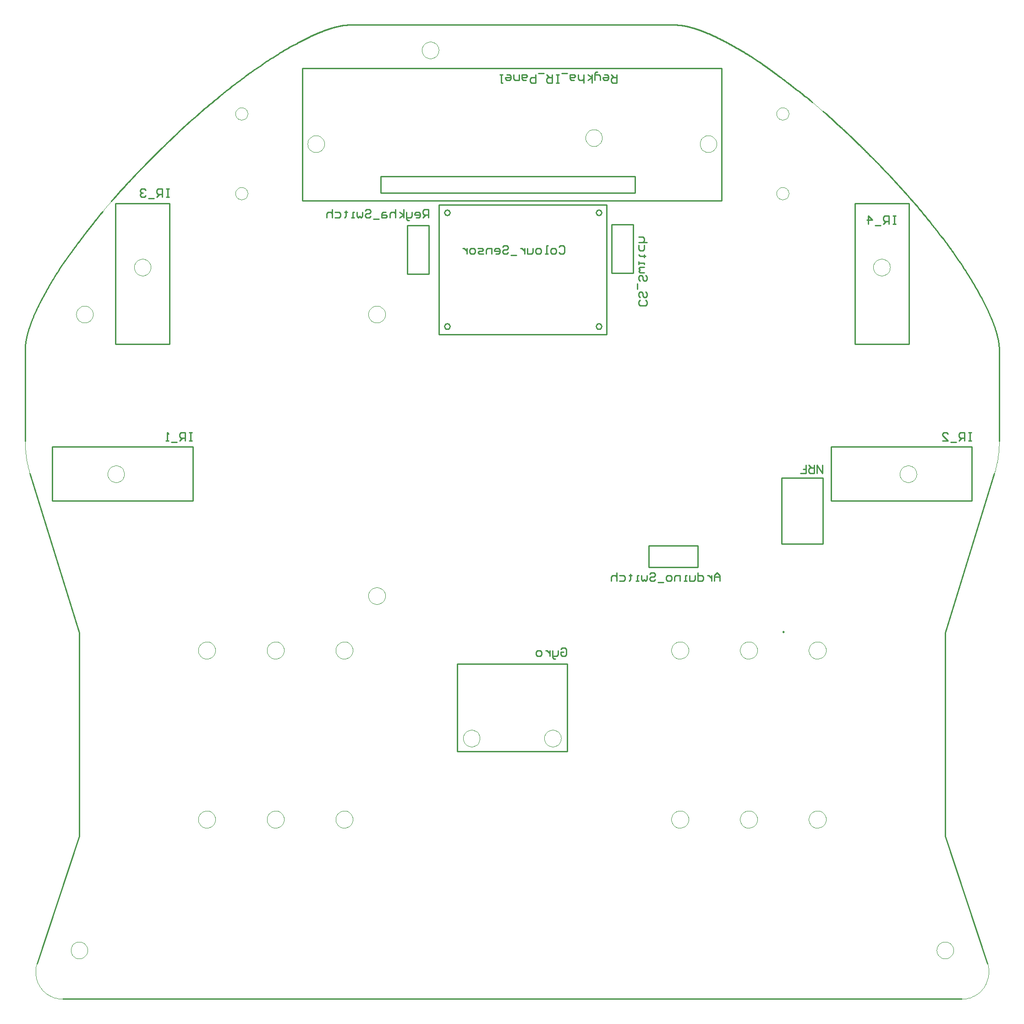
<source format=gbo>
G04*
G04 #@! TF.GenerationSoftware,Altium Limited,Altium Designer,18.0.7 (293)*
G04*
G04 Layer_Color=32896*
%FSLAX25Y25*%
%MOIN*%
G70*
G01*
G75*
%ADD10C,0.00945*%
%ADD11C,0.01000*%
%ADD13C,0.00050*%
D10*
X552276Y396126D02*
X551567Y396535D01*
Y395717D01*
X552276Y396126D01*
X551567Y396535D01*
Y395717D01*
X552276Y396126D01*
D11*
X419311Y700965D02*
X419047Y701949D01*
X418327Y702669D01*
X417343Y702933D01*
X416358Y702669D01*
X415638Y701949D01*
X415374Y700965D01*
X415638Y699980D01*
X416358Y699260D01*
X417343Y698996D01*
X418327Y699260D01*
X419047Y699980D01*
X419311Y700965D01*
X419311Y618287D02*
X419047Y619272D01*
X418327Y619992D01*
X417343Y620256D01*
X416358Y619992D01*
X415638Y619272D01*
X415374Y618287D01*
X415638Y617303D01*
X416358Y616583D01*
X417343Y616319D01*
X418327Y616583D01*
X419047Y617303D01*
X419311Y618287D01*
X309075Y700965D02*
X308811Y701949D01*
X308091Y702669D01*
X307106Y702933D01*
X306122Y702669D01*
X305401Y701949D01*
X305138Y700965D01*
X305401Y699980D01*
X306122Y699260D01*
X307106Y698996D01*
X308091Y699260D01*
X308811Y699980D01*
X309075Y700965D01*
X309075Y618287D02*
X308811Y619272D01*
X308090Y619992D01*
X307106Y620256D01*
X306122Y619992D01*
X305401Y619272D01*
X305138Y618287D01*
X305401Y617303D01*
X306122Y616583D01*
X307106Y616319D01*
X308090Y616583D01*
X308811Y617303D01*
X309075Y618287D01*
X423248Y612382D02*
Y706870D01*
X301201D02*
X423248D01*
X301201Y612382D02*
X423248D01*
X301201D02*
Y706870D01*
X603815Y605504D02*
Y707866D01*
Y605504D02*
X643185D01*
Y707866D01*
X603815D02*
X643185D01*
X65815Y605504D02*
Y707866D01*
Y605504D02*
X105185D01*
Y707866D01*
X65815D02*
X105185D01*
X586504Y530685D02*
X688866D01*
X586504Y491315D02*
Y530685D01*
Y491315D02*
X688866D01*
Y530685D01*
X19634Y491315D02*
X121996D01*
Y530685D01*
X19634D02*
X121996D01*
X19634Y491315D02*
Y530685D01*
X443905Y715504D02*
Y727315D01*
X258866Y715504D02*
X443905D01*
X258866D02*
Y727315D01*
X443905D01*
X201780Y806055D02*
X506898D01*
X201780Y709598D02*
Y806055D01*
Y709598D02*
X506898D01*
Y806055D01*
X314579Y308945D02*
Y372921D01*
Y308945D02*
X394303D01*
Y372921D01*
X314579D02*
X394303D01*
X442374Y657126D02*
Y665000D01*
X426626Y657126D02*
X442374D01*
X426626D02*
Y692559D01*
X442374D01*
Y665000D02*
Y692559D01*
X481500Y458874D02*
X489374D01*
Y443126D02*
Y458874D01*
X453941Y443126D02*
X489374D01*
X453941D02*
Y458874D01*
X481500D01*
X278126Y656441D02*
Y684000D01*
Y656441D02*
X293874D01*
Y691874D01*
X278126D02*
X293874D01*
X278126Y684000D02*
Y691874D01*
X580575Y460000D02*
Y508000D01*
X550575D02*
X580575D01*
X550575Y460000D02*
X580575D01*
X550575D02*
Y508000D01*
X388401Y676098D02*
X389401Y677098D01*
X391400D01*
X392400Y676098D01*
Y672100D01*
X391400Y671100D01*
X389401D01*
X388401Y672100D01*
X385402Y671100D02*
X383403D01*
X382403Y672100D01*
Y674099D01*
X383403Y675099D01*
X385402D01*
X386402Y674099D01*
Y672100D01*
X385402Y671100D01*
X380404D02*
X378404D01*
X379404D01*
Y677098D01*
X380404D01*
X374406Y671100D02*
X372407D01*
X371407Y672100D01*
Y674099D01*
X372407Y675099D01*
X374406D01*
X375406Y674099D01*
Y672100D01*
X374406Y671100D01*
X369407Y675099D02*
Y672100D01*
X368408Y671100D01*
X365409D01*
Y675099D01*
X363409D02*
Y671100D01*
Y673099D01*
X362410Y674099D01*
X361410Y675099D01*
X360410D01*
X357411Y670100D02*
X353413D01*
X347415Y676098D02*
X348414Y677098D01*
X350414D01*
X351413Y676098D01*
Y675099D01*
X350414Y674099D01*
X348414D01*
X347415Y673099D01*
Y672100D01*
X348414Y671100D01*
X350414D01*
X351413Y672100D01*
X342416Y671100D02*
X344415D01*
X345415Y672100D01*
Y674099D01*
X344415Y675099D01*
X342416D01*
X341417Y674099D01*
Y673099D01*
X345415D01*
X339417Y671100D02*
Y675099D01*
X336418D01*
X335418Y674099D01*
Y671100D01*
X333419D02*
X330420D01*
X329420Y672100D01*
X330420Y673099D01*
X332419D01*
X333419Y674099D01*
X332419Y675099D01*
X329420D01*
X326421Y671100D02*
X324422D01*
X323422Y672100D01*
Y674099D01*
X324422Y675099D01*
X326421D01*
X327421Y674099D01*
Y672100D01*
X326421Y671100D01*
X321423Y675099D02*
Y671100D01*
Y673099D01*
X320423Y674099D01*
X319424Y675099D01*
X318424D01*
X293400Y697400D02*
Y703398D01*
X290401D01*
X289401Y702398D01*
Y700399D01*
X290401Y699399D01*
X293400D01*
X291401D02*
X289401Y697400D01*
X284403D02*
X286402D01*
X287402Y698400D01*
Y700399D01*
X286402Y701399D01*
X284403D01*
X283403Y700399D01*
Y699399D01*
X287402D01*
X281404Y701399D02*
Y698400D01*
X280404Y697400D01*
X277405D01*
Y696400D01*
X278405Y695401D01*
X279404D01*
X277405Y697400D02*
Y701399D01*
X275406Y697400D02*
Y703398D01*
Y699399D02*
X272407Y701399D01*
X275406Y699399D02*
X272407Y697400D01*
X269408Y703398D02*
Y697400D01*
Y700399D01*
X268408Y701399D01*
X266409D01*
X265409Y700399D01*
Y697400D01*
X262410Y701399D02*
X260411D01*
X259411Y700399D01*
Y697400D01*
X262410D01*
X263410Y698400D01*
X262410Y699399D01*
X259411D01*
X257412Y696400D02*
X253413D01*
X247415Y702398D02*
X248415Y703398D01*
X250414D01*
X251414Y702398D01*
Y701399D01*
X250414Y700399D01*
X248415D01*
X247415Y699399D01*
Y698400D01*
X248415Y697400D01*
X250414D01*
X251414Y698400D01*
X245415Y701399D02*
Y698400D01*
X244416Y697400D01*
X243416Y698400D01*
X242417Y697400D01*
X241417Y698400D01*
Y701399D01*
X239418Y697400D02*
X237418D01*
X238418D01*
Y701399D01*
X239418D01*
X233419Y702398D02*
Y701399D01*
X234419D01*
X232420D01*
X233419D01*
Y698400D01*
X232420Y697400D01*
X225422Y701399D02*
X228421D01*
X229421Y700399D01*
Y698400D01*
X228421Y697400D01*
X225422D01*
X223423Y703398D02*
Y697400D01*
Y700399D01*
X222423Y701399D01*
X220424D01*
X219424Y700399D01*
Y697400D01*
X430300Y801300D02*
Y795302D01*
X427301D01*
X426301Y796302D01*
Y798301D01*
X427301Y799301D01*
X430300D01*
X428301D02*
X426301Y801300D01*
X421303D02*
X423302D01*
X424302Y800300D01*
Y798301D01*
X423302Y797301D01*
X421303D01*
X420303Y798301D01*
Y799301D01*
X424302D01*
X418304Y797301D02*
Y800300D01*
X417304Y801300D01*
X414305D01*
Y802300D01*
X415305Y803299D01*
X416304D01*
X414305Y801300D02*
Y797301D01*
X412306Y801300D02*
Y795302D01*
Y799301D02*
X409307Y797301D01*
X412306Y799301D02*
X409307Y801300D01*
X406308Y795302D02*
Y801300D01*
Y798301D01*
X405308Y797301D01*
X403309D01*
X402309Y798301D01*
Y801300D01*
X399310Y797301D02*
X397311D01*
X396311Y798301D01*
Y801300D01*
X399310D01*
X400310Y800300D01*
X399310Y799301D01*
X396311D01*
X394312Y802300D02*
X390313D01*
X388314Y795302D02*
X386314D01*
X387314D01*
Y801300D01*
X388314D01*
X386314D01*
X383315D02*
Y795302D01*
X380316D01*
X379316Y796302D01*
Y798301D01*
X380316Y799301D01*
X383315D01*
X381316D02*
X379316Y801300D01*
X377317Y802300D02*
X373318D01*
X371319Y801300D02*
Y795302D01*
X368320D01*
X367320Y796302D01*
Y798301D01*
X368320Y799301D01*
X371319D01*
X364321Y797301D02*
X362322D01*
X361322Y798301D01*
Y801300D01*
X364321D01*
X365321Y800300D01*
X364321Y799301D01*
X361322D01*
X359323Y801300D02*
Y797301D01*
X356324D01*
X355324Y798301D01*
Y801300D01*
X350326D02*
X352325D01*
X353325Y800300D01*
Y798301D01*
X352325Y797301D01*
X350326D01*
X349326Y798301D01*
Y799301D01*
X353325D01*
X347327Y801300D02*
X345327D01*
X346327D01*
Y795302D01*
X347327D01*
X580100Y517500D02*
Y511502D01*
X576101Y517500D01*
Y511502D01*
X574102Y517500D02*
Y511502D01*
X571103D01*
X570103Y512502D01*
Y514501D01*
X571103Y515501D01*
X574102D01*
X572103D02*
X570103Y517500D01*
X564105Y511502D02*
X568104D01*
Y514501D01*
X566105D01*
X568104D01*
Y517500D01*
X633500Y698698D02*
X631501D01*
X632500D01*
Y692700D01*
X633500D01*
X631501D01*
X628502D02*
Y698698D01*
X625503D01*
X624503Y697698D01*
Y695699D01*
X625503Y694699D01*
X628502D01*
X626502D02*
X624503Y692700D01*
X622504Y691700D02*
X618505D01*
X613507Y692700D02*
Y698698D01*
X616505Y695699D01*
X612507D01*
X104700Y718398D02*
X102701D01*
X103700D01*
Y712400D01*
X104700D01*
X102701D01*
X99702D02*
Y718398D01*
X96703D01*
X95703Y717398D01*
Y715399D01*
X96703Y714399D01*
X99702D01*
X97702D02*
X95703Y712400D01*
X93704Y711400D02*
X89705D01*
X87705Y717398D02*
X86706Y718398D01*
X84706D01*
X83707Y717398D01*
Y716399D01*
X84706Y715399D01*
X85706D01*
X84706D01*
X83707Y714399D01*
Y713400D01*
X84706Y712400D01*
X86706D01*
X87705Y713400D01*
X688400Y541198D02*
X686401D01*
X687400D01*
Y535200D01*
X688400D01*
X686401D01*
X683402D02*
Y541198D01*
X680403D01*
X679403Y540198D01*
Y538199D01*
X680403Y537199D01*
X683402D01*
X681402D02*
X679403Y535200D01*
X677404Y534200D02*
X673405D01*
X667407Y535200D02*
X671406D01*
X667407Y539199D01*
Y540198D01*
X668406Y541198D01*
X670406D01*
X671406Y540198D01*
X121500Y541198D02*
X119501D01*
X120500D01*
Y535200D01*
X121500D01*
X119501D01*
X116502D02*
Y541198D01*
X113503D01*
X112503Y540198D01*
Y538199D01*
X113503Y537199D01*
X116502D01*
X114502D02*
X112503Y535200D01*
X110504Y534200D02*
X106505D01*
X104506Y535200D02*
X102506D01*
X103506D01*
Y541198D01*
X104506Y540198D01*
X389801Y383398D02*
X390801Y384398D01*
X392800D01*
X393800Y383398D01*
Y379400D01*
X392800Y378400D01*
X390801D01*
X389801Y379400D01*
Y381399D01*
X391801D01*
X387802Y382399D02*
Y379400D01*
X386802Y378400D01*
X383803D01*
Y377400D01*
X384803Y376401D01*
X385803D01*
X383803Y378400D02*
Y382399D01*
X381804D02*
Y378400D01*
Y380399D01*
X380804Y381399D01*
X379804Y382399D01*
X378805D01*
X374806Y378400D02*
X372807D01*
X371807Y379400D01*
Y381399D01*
X372807Y382399D01*
X374806D01*
X375806Y381399D01*
Y379400D01*
X374806Y378400D01*
X451598Y637399D02*
X452598Y636399D01*
Y634400D01*
X451598Y633400D01*
X447600D01*
X446600Y634400D01*
Y636399D01*
X447600Y637399D01*
X451598Y643397D02*
X452598Y642397D01*
Y640398D01*
X451598Y639398D01*
X450599D01*
X449599Y640398D01*
Y642397D01*
X448599Y643397D01*
X447600D01*
X446600Y642397D01*
Y640398D01*
X447600Y639398D01*
X445600Y645396D02*
Y649395D01*
X451598Y655393D02*
X452598Y654393D01*
Y652394D01*
X451598Y651394D01*
X450599D01*
X449599Y652394D01*
Y654393D01*
X448599Y655393D01*
X447600D01*
X446600Y654393D01*
Y652394D01*
X447600Y651394D01*
X450599Y657392D02*
X447600D01*
X446600Y658392D01*
X447600Y659392D01*
X446600Y660391D01*
X447600Y661391D01*
X450599D01*
X446600Y663390D02*
Y665390D01*
Y664390D01*
X450599D01*
Y663390D01*
X451598Y669388D02*
X450599D01*
Y668389D01*
Y670388D01*
Y669388D01*
X447600D01*
X446600Y670388D01*
X450599Y677386D02*
Y674387D01*
X449599Y673387D01*
X447600D01*
X446600Y674387D01*
Y677386D01*
X452598Y679385D02*
X446600D01*
X449599D01*
X450599Y680385D01*
Y682384D01*
X449599Y683384D01*
X446600D01*
X505300Y433200D02*
Y437199D01*
X503301Y439198D01*
X501301Y437199D01*
Y433200D01*
Y436199D01*
X505300D01*
X499302Y437199D02*
Y433200D01*
Y435199D01*
X498302Y436199D01*
X497303Y437199D01*
X496303D01*
X489305Y439198D02*
Y433200D01*
X492304D01*
X493304Y434200D01*
Y436199D01*
X492304Y437199D01*
X489305D01*
X487306D02*
Y434200D01*
X486306Y433200D01*
X483307D01*
Y437199D01*
X481308Y433200D02*
X479308D01*
X480308D01*
Y437199D01*
X481308D01*
X476309Y433200D02*
Y437199D01*
X473310D01*
X472311Y436199D01*
Y433200D01*
X469312D02*
X467312D01*
X466313Y434200D01*
Y436199D01*
X467312Y437199D01*
X469312D01*
X470311Y436199D01*
Y434200D01*
X469312Y433200D01*
X464313Y432200D02*
X460315D01*
X454317Y438198D02*
X455316Y439198D01*
X457315D01*
X458315Y438198D01*
Y437199D01*
X457315Y436199D01*
X455316D01*
X454317Y435199D01*
Y434200D01*
X455316Y433200D01*
X457315D01*
X458315Y434200D01*
X452317Y437199D02*
Y434200D01*
X451318Y433200D01*
X450318Y434200D01*
X449318Y433200D01*
X448318Y434200D01*
Y437199D01*
X446319Y433200D02*
X444320D01*
X445319D01*
Y437199D01*
X446319D01*
X440321Y438198D02*
Y437199D01*
X441321D01*
X439321D01*
X440321D01*
Y434200D01*
X439321Y433200D01*
X432324Y437199D02*
X435323D01*
X436322Y436199D01*
Y434200D01*
X435323Y433200D01*
X432324D01*
X430324Y439198D02*
Y433200D01*
Y436199D01*
X429325Y437199D01*
X427325D01*
X426326Y436199D01*
Y433200D01*
X25Y534615D02*
Y601441D01*
X3550Y511320D02*
X39395Y395580D01*
Y247548D02*
Y395580D01*
X8623Y154889D02*
X39395Y247548D01*
X27305Y129000D02*
X681407D01*
X669316Y247548D02*
X700089Y154889D01*
X669316Y247548D02*
Y395580D01*
X705162Y511320D01*
X708686Y534615D02*
Y601441D01*
X708682Y601920D02*
X708686Y601441D01*
X708677Y602161D02*
X708682Y601920D01*
X708670Y602404D02*
X708677Y602161D01*
X708661Y602649D02*
X708670Y602404D01*
X708649Y602895D02*
X708661Y602649D01*
X708636Y603142D02*
X708649Y602895D01*
X708621Y603391D02*
X708636Y603142D01*
X708603Y603641D02*
X708621Y603391D01*
X708584Y603892D02*
X708603Y603641D01*
X708563Y604145D02*
X708584Y603892D01*
X708539Y604399D02*
X708563Y604145D01*
X708514Y604654D02*
X708539Y604399D01*
X708487Y604911D02*
X708514Y604654D01*
X708458Y605169D02*
X708487Y604911D01*
X708427Y605429D02*
X708458Y605169D01*
X708394Y605689D02*
X708427Y605429D01*
X708359Y605951D02*
X708394Y605689D01*
X708322Y606214D02*
X708359Y605951D01*
X708283Y606479D02*
X708322Y606214D01*
X708243Y606745D02*
X708283Y606479D01*
X708200Y607012D02*
X708243Y606745D01*
X708156Y607280D02*
X708200Y607012D01*
X708110Y607549D02*
X708156Y607280D01*
X708062Y607820D02*
X708110Y607549D01*
X708012Y608092D02*
X708062Y607820D01*
X707961Y608364D02*
X708012Y608092D01*
X707907Y608639D02*
X707961Y608364D01*
X707852Y608914D02*
X707907Y608639D01*
X707795Y609190D02*
X707852Y608914D01*
X707736Y609468D02*
X707795Y609190D01*
X707676Y609747D02*
X707736Y609468D01*
X707614Y610026D02*
X707676Y609747D01*
X707550Y610307D02*
X707614Y610026D01*
X707484Y610589D02*
X707550Y610307D01*
X707417Y610872D02*
X707484Y610589D01*
X707347Y611157D02*
X707417Y610872D01*
X707277Y611442D02*
X707347Y611157D01*
X707204Y611728D02*
X707277Y611442D01*
X707130Y612015D02*
X707204Y611728D01*
X707054Y612304D02*
X707130Y612015D01*
X706977Y612593D02*
X707054Y612304D01*
X706897Y612883D02*
X706977Y612593D01*
X706817Y613175D02*
X706897Y612883D01*
X706734Y613467D02*
X706817Y613175D01*
X706650Y613760D02*
X706734Y613467D01*
X706565Y614055D02*
X706650Y613760D01*
X706477Y614350D02*
X706565Y614055D01*
X706389Y614646D02*
X706477Y614350D01*
X706298Y614943D02*
X706389Y614646D01*
X706206Y615241D02*
X706298Y614943D01*
X706113Y615540D02*
X706206Y615241D01*
X706018Y615840D02*
X706113Y615540D01*
X705921Y616140D02*
X706018Y615840D01*
X705823Y616442D02*
X705921Y616140D01*
X705724Y616744D02*
X705823Y616442D01*
X705623Y617047D02*
X705724Y616744D01*
X705520Y617352D02*
X705623Y617047D01*
X705416Y617656D02*
X705520Y617352D01*
X705311Y617962D02*
X705416Y617656D01*
X705204Y618269D02*
X705311Y617962D01*
X705095Y618576D02*
X705204Y618269D01*
X704985Y618884D02*
X705095Y618576D01*
X704874Y619193D02*
X704985Y618884D01*
X704762Y619503D02*
X704874Y619193D01*
X704648Y619813D02*
X704762Y619503D01*
X704532Y620124D02*
X704648Y619813D01*
X704415Y620436D02*
X704532Y620124D01*
X704297Y620748D02*
X704415Y620436D01*
X704177Y621062D02*
X704297Y620748D01*
X704057Y621376D02*
X704177Y621062D01*
X703934Y621690D02*
X704057Y621376D01*
X703811Y622006D02*
X703934Y621690D01*
X703686Y622322D02*
X703811Y622006D01*
X703560Y622638D02*
X703686Y622322D01*
X703432Y622956D02*
X703560Y622638D01*
X703303Y623273D02*
X703432Y622956D01*
X703173Y623592D02*
X703303Y623273D01*
X703042Y623911D02*
X703173Y623592D01*
X702909Y624231D02*
X703042Y623911D01*
X702776Y624551D02*
X702909Y624231D01*
X702641Y624872D02*
X702776Y624551D01*
X702504Y625193D02*
X702641Y624872D01*
X702367Y625515D02*
X702504Y625193D01*
X702228Y625838D02*
X702367Y625515D01*
X702088Y626161D02*
X702228Y625838D01*
X701947Y626485D02*
X702088Y626161D01*
X701805Y626809D02*
X701947Y626485D01*
X701662Y627133D02*
X701805Y626809D01*
X701517Y627458D02*
X701662Y627133D01*
X701371Y627784D02*
X701517Y627458D01*
X701225Y628110D02*
X701371Y627784D01*
X701077Y628436D02*
X701225Y628110D01*
X700928Y628763D02*
X701077Y628436D01*
X700778Y629091D02*
X700928Y628763D01*
X700626Y629418D02*
X700778Y629091D01*
X700474Y629746D02*
X700626Y629418D01*
X700321Y630075D02*
X700474Y629746D01*
X700166Y630404D02*
X700321Y630075D01*
X700011Y630733D02*
X700166Y630404D01*
X699854Y631063D02*
X700011Y630733D01*
X699697Y631393D02*
X699854Y631063D01*
X699538Y631723D02*
X699697Y631393D01*
X699379Y632054D02*
X699538Y631723D01*
X699218Y632385D02*
X699379Y632054D01*
X699057Y632716D02*
X699218Y632385D01*
X698894Y633048D02*
X699057Y632716D01*
X698731Y633380D02*
X698894Y633048D01*
X698567Y633712D02*
X698731Y633380D01*
X698401Y634044D02*
X698567Y633712D01*
X698235Y634377D02*
X698401Y634044D01*
X698068Y634710D02*
X698235Y634377D01*
X697900Y635043D02*
X698068Y634710D01*
X697731Y635377D02*
X697900Y635043D01*
X697561Y635710D02*
X697731Y635377D01*
X697390Y636044D02*
X697561Y635710D01*
X697219Y636378D02*
X697390Y636044D01*
X697046Y636712D02*
X697219Y636378D01*
X696873Y637047D02*
X697046Y636712D01*
X696699Y637381D02*
X696873Y637047D01*
X696524Y637716D02*
X696699Y637381D01*
X696348Y638050D02*
X696524Y637716D01*
X696172Y638385D02*
X696348Y638050D01*
X695994Y638720D02*
X696172Y638385D01*
X695637Y639391D02*
X695994Y638720D01*
X695277Y640061D02*
X695637Y639391D01*
X694914Y640732D02*
X695277Y640061D01*
X694548Y641403D02*
X694914Y640732D01*
X694180Y642074D02*
X694548Y641403D01*
X693808Y642745D02*
X694180Y642074D01*
X693434Y643415D02*
X693808Y642745D01*
X693058Y644086D02*
X693434Y643415D01*
X692679Y644756D02*
X693058Y644086D01*
X692298Y645426D02*
X692679Y644756D01*
X691914Y646095D02*
X692298Y645426D01*
X691528Y646764D02*
X691914Y646095D01*
X691140Y647432D02*
X691528Y646764D01*
X690750Y648100D02*
X691140Y647432D01*
X690358Y648766D02*
X690750Y648100D01*
X689965Y649432D02*
X690358Y648766D01*
X689569Y650096D02*
X689965Y649432D01*
X689172Y650760D02*
X689569Y650096D01*
X688773Y651422D02*
X689172Y650760D01*
X688373Y652083D02*
X688773Y651422D01*
X687971Y652743D02*
X688373Y652083D01*
X687568Y653401D02*
X687971Y652743D01*
X687163Y654058D02*
X687568Y653401D01*
X686758Y654713D02*
X687163Y654058D01*
X686147Y655692D02*
X686758Y654713D01*
X685535Y656667D02*
X686147Y655692D01*
X684920Y657637D02*
X685535Y656667D01*
X684304Y658603D02*
X684920Y657637D01*
X683687Y659564D02*
X684304Y658603D01*
X682862Y660836D02*
X683687Y659564D01*
X682035Y662099D02*
X682862Y660836D01*
X681002Y663661D02*
X682035Y662099D01*
X678938Y666729D02*
X681002Y663661D01*
X676072Y670879D02*
X678938Y666729D01*
X675060Y672315D02*
X676072Y670879D01*
X674256Y673444D02*
X675060Y672315D01*
X673657Y674280D02*
X674256Y673444D01*
X673061Y675106D02*
X673657Y674280D01*
X672469Y675920D02*
X673061Y675106D01*
X672077Y676458D02*
X672469Y675920D01*
X671687Y676990D02*
X672077Y676458D01*
X671299Y677518D02*
X671687Y676990D01*
X670912Y678040D02*
X671299Y677518D01*
X670720Y678300D02*
X670912Y678040D01*
X669363Y680119D02*
X670720Y678300D01*
X667993Y681939D02*
X669363Y680119D01*
X666610Y683759D02*
X667993Y681939D01*
X665213Y685579D02*
X666610Y683759D01*
X663803Y687400D02*
X665213Y685579D01*
X662379Y689221D02*
X663803Y687400D01*
X660941Y691042D02*
X662379Y689221D01*
X659490Y692863D02*
X660941Y691042D01*
X658026Y694685D02*
X659490Y692863D01*
X656548Y696507D02*
X658026Y694685D01*
X655057Y698329D02*
X656548Y696507D01*
X653552Y700152D02*
X655057Y698329D01*
X652034Y701975D02*
X653552Y700152D01*
X650502Y703798D02*
X652034Y701975D01*
X648957Y705621D02*
X650502Y703798D01*
X647399Y707444D02*
X648957Y705621D01*
X645827Y709268D02*
X647399Y707444D01*
X644241Y711092D02*
X645827Y709268D01*
X642642Y712916D02*
X644241Y711092D01*
X641030Y714741D02*
X642642Y712916D01*
X639404Y716565D02*
X641030Y714741D01*
X637765Y718390D02*
X639404Y716565D01*
X636113Y720215D02*
X637765Y718390D01*
X634447Y722040D02*
X636113Y720215D01*
X632768Y723866D02*
X634447Y722040D01*
X631075Y725692D02*
X632768Y723866D01*
X629369Y727517D02*
X631075Y725692D01*
X627650Y729343D02*
X629369Y727517D01*
X625917Y731170D02*
X627650Y729343D01*
X624171Y732996D02*
X625917Y731170D01*
X622411Y734822D02*
X624171Y732996D01*
X620638Y736649D02*
X622411Y734822D01*
X618852Y738476D02*
X620638Y736649D01*
X617052Y740303D02*
X618852Y738476D01*
X615239Y742130D02*
X617052Y740303D01*
X613936Y743435D02*
X615239Y742130D01*
X613676Y743695D02*
X613936Y743435D01*
X613416Y743955D02*
X613676Y743695D01*
X613156Y744214D02*
X613416Y743955D01*
X612897Y744472D02*
X613156Y744214D01*
X612638Y744730D02*
X612897Y744472D01*
X612380Y744988D02*
X612638Y744730D01*
X612122Y745245D02*
X612380Y744988D01*
X611864Y745501D02*
X612122Y745245D01*
X611606Y745757D02*
X611864Y745501D01*
X611349Y746012D02*
X611606Y745757D01*
X611093Y746267D02*
X611349Y746012D01*
X610836Y746521D02*
X611093Y746267D01*
X610580Y746774D02*
X610836Y746521D01*
X610325Y747028D02*
X610580Y746774D01*
X610069Y747280D02*
X610325Y747028D01*
X609814Y747532D02*
X610069Y747280D01*
X609560Y747784D02*
X609814Y747532D01*
X609305Y748035D02*
X609560Y747784D01*
X609051Y748286D02*
X609305Y748035D01*
X608797Y748536D02*
X609051Y748286D01*
X608544Y748785D02*
X608797Y748536D01*
X608291Y749034D02*
X608544Y748785D01*
X608038Y749283D02*
X608291Y749034D01*
X607786Y749531D02*
X608038Y749283D01*
X607533Y749779D02*
X607786Y749531D01*
X607281Y750026D02*
X607533Y749779D01*
X607030Y750273D02*
X607281Y750026D01*
X606778Y750519D02*
X607030Y750273D01*
X606276Y751010D02*
X606778Y750519D01*
X605775Y751499D02*
X606276Y751010D01*
X605275Y751986D02*
X605775Y751499D01*
X604776Y752472D02*
X605275Y751986D01*
X604278Y752956D02*
X604776Y752472D01*
X603780Y753438D02*
X604278Y752956D01*
X603284Y753918D02*
X603780Y753438D01*
X602788Y754397D02*
X603284Y753918D01*
X602293Y754874D02*
X602788Y754397D01*
X601799Y755350D02*
X602293Y754874D01*
X601306Y755823D02*
X601799Y755350D01*
X600813Y756296D02*
X601306Y755823D01*
X600320Y756767D02*
X600813Y756296D01*
X599829Y757236D02*
X600320Y756767D01*
X599338Y757704D02*
X599829Y757236D01*
X598847Y758170D02*
X599338Y757704D01*
X598357Y758635D02*
X598847Y758170D01*
X597867Y759099D02*
X598357Y758635D01*
X597377Y759561D02*
X597867Y759099D01*
X596888Y760022D02*
X597377Y759561D01*
X596399Y760481D02*
X596888Y760022D01*
X595911Y760940D02*
X596399Y760481D01*
X595422Y761397D02*
X595911Y760940D01*
X594934Y761853D02*
X595422Y761397D01*
X594446Y762307D02*
X594934Y761853D01*
X593958Y762761D02*
X594446Y762307D01*
X593470Y763213D02*
X593958Y762761D01*
X592738Y763890D02*
X593470Y763213D01*
X592006Y764564D02*
X592738Y763890D01*
X591274Y765236D02*
X592006Y764564D01*
X590542Y765905D02*
X591274Y765236D01*
X589809Y766573D02*
X590542Y765905D01*
X589076Y767239D02*
X589809Y766573D01*
X588341Y767902D02*
X589076Y767239D01*
X587361Y768785D02*
X588341Y767902D01*
X586379Y769664D02*
X587361Y768785D01*
X585395Y770540D02*
X586379Y769664D01*
X584161Y771632D02*
X585395Y770540D01*
X582674Y772938D02*
X584161Y771632D01*
X580431Y774889D02*
X582674Y772938D01*
X570956Y782866D02*
X572786Y781357D01*
X569636Y783944D02*
X570956Y782866D01*
X568304Y785025D02*
X569636Y783944D01*
X567231Y785890D02*
X568304Y785025D01*
X566150Y786758D02*
X567231Y785890D01*
X565060Y787627D02*
X566150Y786758D01*
X564237Y788280D02*
X565060Y787627D01*
X563410Y788934D02*
X564237Y788280D01*
X562577Y789590D02*
X563410Y788934D01*
X561739Y790247D02*
X562577Y789590D01*
X560896Y790905D02*
X561739Y790247D01*
X560047Y791565D02*
X560896Y790905D01*
X559193Y792227D02*
X560047Y791565D01*
X558332Y792891D02*
X559193Y792227D01*
X557467Y793556D02*
X558332Y792891D01*
X556886Y794001D02*
X557467Y793556D01*
X556303Y794447D02*
X556886Y794001D01*
X555717Y794893D02*
X556303Y794447D01*
X555128Y795341D02*
X555717Y794893D01*
X554537Y795789D02*
X555128Y795341D01*
X553942Y796239D02*
X554537Y795789D01*
X553345Y796690D02*
X553942Y796239D01*
X552745Y797141D02*
X553345Y796690D01*
X552142Y797594D02*
X552745Y797141D01*
X551535Y798048D02*
X552142Y797594D01*
X550926Y798503D02*
X551535Y798048D01*
X550314Y798960D02*
X550926Y798503D01*
X549699Y799417D02*
X550314Y798960D01*
X549080Y799876D02*
X549699Y799417D01*
X548771Y800105D02*
X549080Y799876D01*
X548465Y800332D02*
X548771Y800105D01*
X548161Y800557D02*
X548465Y800332D01*
X547860Y800780D02*
X548161Y800557D01*
X547561Y801002D02*
X547860Y800780D01*
X547265Y801222D02*
X547561Y801002D01*
X546970Y801440D02*
X547265Y801222D01*
X546678Y801656D02*
X546970Y801440D01*
X546388Y801871D02*
X546678Y801656D01*
X546100Y802084D02*
X546388Y801871D01*
X545815Y802295D02*
X546100Y802084D01*
X545531Y802505D02*
X545815Y802295D01*
X545249Y802713D02*
X545531Y802505D01*
X544969Y802920D02*
X545249Y802713D01*
X544691Y803125D02*
X544969Y802920D01*
X544415Y803329D02*
X544691Y803125D01*
X544140Y803531D02*
X544415Y803329D01*
X543867Y803732D02*
X544140Y803531D01*
X543596Y803932D02*
X543867Y803732D01*
X543326Y804130D02*
X543596Y803932D01*
X543058Y804327D02*
X543326Y804130D01*
X542791Y804523D02*
X543058Y804327D01*
X542526Y804718D02*
X542791Y804523D01*
X542262Y804911D02*
X542526Y804718D01*
X541999Y805103D02*
X542262Y804911D01*
X541738Y805294D02*
X541999Y805103D01*
X541478Y805484D02*
X541738Y805294D01*
X541219Y805673D02*
X541478Y805484D01*
X540960Y805860D02*
X541219Y805673D01*
X540703Y806047D02*
X540960Y805860D01*
X540447Y806233D02*
X540703Y806047D01*
X540192Y806417D02*
X540447Y806233D01*
X539938Y806601D02*
X540192Y806417D01*
X539685Y806784D02*
X539938Y806601D01*
X539432Y806966D02*
X539685Y806784D01*
X539180Y807147D02*
X539432Y806966D01*
X538928Y807327D02*
X539180Y807147D01*
X538678Y807507D02*
X538928Y807327D01*
X538427Y807686D02*
X538678Y807507D01*
X538178Y807864D02*
X538427Y807686D01*
X537928Y808041D02*
X538178Y807864D01*
X537679Y808217D02*
X537928Y808041D01*
X537431Y808393D02*
X537679Y808217D01*
X537182Y808569D02*
X537431Y808393D01*
X536934Y808744D02*
X537182Y808569D01*
X536686Y808918D02*
X536934Y808744D01*
X536438Y809091D02*
X536686Y808918D01*
X536190Y809265D02*
X536438Y809091D01*
X535942Y809437D02*
X536190Y809265D01*
X535695Y809610D02*
X535942Y809437D01*
X535446Y809782D02*
X535695Y809610D01*
X535198Y809953D02*
X535446Y809782D01*
X534950Y810124D02*
X535198Y809953D01*
X534701Y810295D02*
X534950Y810124D01*
X534452Y810466D02*
X534701Y810295D01*
X534203Y810636D02*
X534452Y810466D01*
X533953Y810806D02*
X534203Y810636D01*
X533451Y811146D02*
X533953Y810806D01*
X532947Y811485D02*
X533451Y811146D01*
X532441Y811824D02*
X532947Y811485D01*
X531417Y812502D02*
X532441Y811824D01*
X529584Y813694D02*
X531417Y812502D01*
X529048Y814037D02*
X529584Y813694D01*
X528506Y814382D02*
X529048Y814037D01*
X527958Y814728D02*
X528506Y814382D01*
X527402Y815076D02*
X527958Y814728D01*
X527122Y815251D02*
X527402Y815076D01*
X526839Y815427D02*
X527122Y815251D01*
X526555Y815603D02*
X526839Y815427D01*
X526269Y815780D02*
X526555Y815603D01*
X525980Y815957D02*
X526269Y815780D01*
X525690Y816135D02*
X525980Y815957D01*
X525397Y816314D02*
X525690Y816135D01*
X525102Y816494D02*
X525397Y816314D01*
X524805Y816674D02*
X525102Y816494D01*
X524505Y816856D02*
X524805Y816674D01*
X524203Y817038D02*
X524505Y816856D01*
X523898Y817221D02*
X524203Y817038D01*
X523591Y817405D02*
X523898Y817221D01*
X523282Y817590D02*
X523591Y817405D01*
X522970Y817776D02*
X523282Y817590D01*
X522655Y817963D02*
X522970Y817776D01*
X522337Y818151D02*
X522655Y817963D01*
X522017Y818340D02*
X522337Y818151D01*
X521694Y818530D02*
X522017Y818340D01*
X521368Y818721D02*
X521694Y818530D01*
X521039Y818914D02*
X521368Y818721D01*
X520707Y819108D02*
X521039Y818914D01*
X520372Y819302D02*
X520707Y819108D01*
X520034Y819499D02*
X520372Y819302D01*
X519692Y819696D02*
X520034Y819499D01*
X519348Y819895D02*
X519692Y819696D01*
X519000Y820095D02*
X519348Y819895D01*
X518649Y820296D02*
X519000Y820095D01*
X518294Y820499D02*
X518649Y820296D01*
X517937Y820703D02*
X518294Y820499D01*
X517575Y820909D02*
X517937Y820703D01*
X517210Y821116D02*
X517575Y820909D01*
X516842Y821325D02*
X517210Y821116D01*
X516469Y821535D02*
X516842Y821325D01*
X516094Y821747D02*
X516469Y821535D01*
X515714Y821961D02*
X516094Y821747D01*
X515330Y822176D02*
X515714Y821961D01*
X514943Y822393D02*
X515330Y822176D01*
X514552Y822611D02*
X514943Y822393D01*
X514157Y822831D02*
X514552Y822611D01*
X513757Y823053D02*
X514157Y822831D01*
X513354Y823277D02*
X513757Y823053D01*
X512947Y823503D02*
X513354Y823277D01*
X512538Y823728D02*
X512947Y823503D01*
X512130Y823952D02*
X512538Y823728D01*
X511724Y824174D02*
X512130Y823952D01*
X511319Y824394D02*
X511724Y824174D01*
X510916Y824613D02*
X511319Y824394D01*
X510514Y824829D02*
X510916Y824613D01*
X510113Y825044D02*
X510514Y824829D01*
X509714Y825257D02*
X510113Y825044D01*
X509316Y825468D02*
X509714Y825257D01*
X508920Y825678D02*
X509316Y825468D01*
X508525Y825885D02*
X508920Y825678D01*
X508131Y826091D02*
X508525Y825885D01*
X507738Y826295D02*
X508131Y826091D01*
X507347Y826497D02*
X507738Y826295D01*
X506958Y826697D02*
X507347Y826497D01*
X506569Y826895D02*
X506958Y826697D01*
X506182Y827092D02*
X506569Y826895D01*
X505797Y827287D02*
X506182Y827092D01*
X505413Y827480D02*
X505797Y827287D01*
X505030Y827671D02*
X505413Y827480D01*
X504648Y827860D02*
X505030Y827671D01*
X504268Y828048D02*
X504648Y827860D01*
X503890Y828234D02*
X504268Y828048D01*
X503512Y828418D02*
X503890Y828234D01*
X503136Y828600D02*
X503512Y828418D01*
X502762Y828780D02*
X503136Y828600D01*
X502389Y828959D02*
X502762Y828780D01*
X502017Y829135D02*
X502389Y828959D01*
X501646Y829310D02*
X502017Y829135D01*
X501277Y829483D02*
X501646Y829310D01*
X500909Y829655D02*
X501277Y829483D01*
X500543Y829824D02*
X500909Y829655D01*
X500178Y829992D02*
X500543Y829824D01*
X499815Y830158D02*
X500178Y829992D01*
X499452Y830322D02*
X499815Y830158D01*
X499091Y830484D02*
X499452Y830322D01*
X498732Y830644D02*
X499091Y830484D01*
X498374Y830803D02*
X498732Y830644D01*
X498017Y830960D02*
X498374Y830803D01*
X497662Y831114D02*
X498017Y830960D01*
X497308Y831268D02*
X497662Y831114D01*
X496955Y831419D02*
X497308Y831268D01*
X496604Y831568D02*
X496955Y831419D01*
X496254Y831716D02*
X496604Y831568D01*
X495905Y831862D02*
X496254Y831716D01*
X495558Y832006D02*
X495905Y831862D01*
X495212Y832148D02*
X495558Y832006D01*
X494868Y832289D02*
X495212Y832148D01*
X494525Y832427D02*
X494868Y832289D01*
X494183Y832564D02*
X494525Y832427D01*
X493843Y832699D02*
X494183Y832564D01*
X493504Y832833D02*
X493843Y832699D01*
X493166Y832964D02*
X493504Y832833D01*
X492830Y833094D02*
X493166Y832964D01*
X492495Y833221D02*
X492830Y833094D01*
X492162Y833347D02*
X492495Y833221D01*
X491830Y833471D02*
X492162Y833347D01*
X491499Y833594D02*
X491830Y833471D01*
X491170Y833714D02*
X491499Y833594D01*
X490842Y833833D02*
X491170Y833714D01*
X490515Y833950D02*
X490842Y833833D01*
X490190Y834065D02*
X490515Y833950D01*
X489866Y834178D02*
X490190Y834065D01*
X489544Y834290D02*
X489866Y834178D01*
X489223Y834399D02*
X489544Y834290D01*
X488903Y834507D02*
X489223Y834399D01*
X488585Y834613D02*
X488903Y834507D01*
X488268Y834717D02*
X488585Y834613D01*
X487952Y834820D02*
X488268Y834717D01*
X487638Y834920D02*
X487952Y834820D01*
X487325Y835019D02*
X487638Y834920D01*
X487013Y835116D02*
X487325Y835019D01*
X486703Y835211D02*
X487013Y835116D01*
X486394Y835305D02*
X486703Y835211D01*
X486087Y835396D02*
X486394Y835305D01*
X485781Y835486D02*
X486087Y835396D01*
X485476Y835574D02*
X485781Y835486D01*
X485173Y835660D02*
X485476Y835574D01*
X484871Y835744D02*
X485173Y835660D01*
X484571Y835826D02*
X484871Y835744D01*
X484272Y835907D02*
X484571Y835826D01*
X483974Y835986D02*
X484272Y835907D01*
X483677Y836063D02*
X483974Y835986D01*
X483382Y836138D02*
X483677Y836063D01*
X483089Y836212D02*
X483382Y836138D01*
X482796Y836283D02*
X483089Y836212D01*
X482505Y836353D02*
X482796Y836283D01*
X482216Y836421D02*
X482505Y836353D01*
X481928Y836487D02*
X482216Y836421D01*
X481641Y836551D02*
X481928Y836487D01*
X481355Y836614D02*
X481641Y836551D01*
X481071Y836675D02*
X481355Y836614D01*
X480789Y836734D02*
X481071Y836675D01*
X480507Y836791D02*
X480789Y836734D01*
X480227Y836846D02*
X480507Y836791D01*
X479949Y836899D02*
X480227Y836846D01*
X479671Y836951D02*
X479949Y836899D01*
X479396Y837001D02*
X479671Y836951D01*
X479121Y837049D02*
X479396Y837001D01*
X478848Y837095D02*
X479121Y837049D01*
X478576Y837139D02*
X478848Y837095D01*
X478306Y837182D02*
X478576Y837139D01*
X478037Y837223D02*
X478306Y837182D01*
X477769Y837262D02*
X478037Y837223D01*
X477503Y837299D02*
X477769Y837262D01*
X477238Y837334D02*
X477503Y837299D01*
X476975Y837368D02*
X477238Y837334D01*
X476712Y837400D02*
X476975Y837368D01*
X476452Y837429D02*
X476712Y837400D01*
X476192Y837458D02*
X476452Y837429D01*
X475934Y837484D02*
X476192Y837458D01*
X475678Y837508D02*
X475934Y837484D01*
X475422Y837531D02*
X475678Y837508D01*
X475168Y837552D02*
X475422Y837531D01*
X474916Y837571D02*
X475168Y837552D01*
X474665Y837588D02*
X474916Y837571D01*
X474415Y837603D02*
X474665Y837588D01*
X474167Y837617D02*
X474415Y837603D01*
X473919Y837629D02*
X474167Y837617D01*
X473674Y837639D02*
X473919Y837629D01*
X473429Y837647D02*
X473674Y837639D01*
X473187Y837653D02*
X473429Y837647D01*
X472945Y837658D02*
X473187Y837653D01*
X472705Y837661D02*
X472945Y837658D01*
X472466Y837661D02*
X472705Y837661D01*
X236245Y837661D02*
X472466D01*
X235767Y837657D02*
X236245Y837661D01*
X235525Y837652D02*
X235767Y837657D01*
X235282Y837645D02*
X235525Y837652D01*
X235038Y837636D02*
X235282Y837645D01*
X234792Y837624D02*
X235038Y837636D01*
X234544Y837611D02*
X234792Y837624D01*
X234296Y837596D02*
X234544Y837611D01*
X234046Y837578D02*
X234296Y837596D01*
X233794Y837559D02*
X234046Y837578D01*
X233542Y837538D02*
X233794Y837559D01*
X233287Y837514D02*
X233542Y837538D01*
X233032Y837489D02*
X233287Y837514D01*
X232775Y837462D02*
X233032Y837489D01*
X232517Y837433D02*
X232775Y837462D01*
X232258Y837402D02*
X232517Y837433D01*
X231997Y837369D02*
X232258Y837402D01*
X231735Y837334D02*
X231997Y837369D01*
X231472Y837297D02*
X231735Y837334D01*
X231208Y837258D02*
X231472Y837297D01*
X230942Y837218D02*
X231208Y837258D01*
X230675Y837175D02*
X230942Y837218D01*
X230407Y837131D02*
X230675Y837175D01*
X230137Y837085D02*
X230407Y837131D01*
X229867Y837037D02*
X230137Y837085D01*
X229595Y836987D02*
X229867Y837037D01*
X229322Y836936D02*
X229595Y836987D01*
X229048Y836882D02*
X229322Y836936D01*
X228773Y836827D02*
X229048Y836882D01*
X228496Y836770D02*
X228773Y836827D01*
X228219Y836711D02*
X228496Y836770D01*
X227940Y836651D02*
X228219Y836711D01*
X227660Y836589D02*
X227940Y836651D01*
X227379Y836525D02*
X227660Y836589D01*
X227097Y836459D02*
X227379Y836525D01*
X226814Y836392D02*
X227097Y836459D01*
X226530Y836322D02*
X226814Y836392D01*
X226245Y836252D02*
X226530Y836322D01*
X225958Y836179D02*
X226245Y836252D01*
X225671Y836105D02*
X225958Y836179D01*
X225383Y836029D02*
X225671Y836105D01*
X225093Y835952D02*
X225383Y836029D01*
X224803Y835872D02*
X225093Y835952D01*
X224512Y835792D02*
X224803Y835872D01*
X224219Y835709D02*
X224512Y835792D01*
X223926Y835625D02*
X224219Y835709D01*
X223632Y835540D02*
X223926Y835625D01*
X223337Y835452D02*
X223632Y835540D01*
X223040Y835364D02*
X223337Y835452D01*
X222743Y835273D02*
X223040Y835364D01*
X222445Y835181D02*
X222743Y835273D01*
X222147Y835088D02*
X222445Y835181D01*
X221847Y834993D02*
X222147Y835088D01*
X221546Y834896D02*
X221847Y834993D01*
X221245Y834798D02*
X221546Y834896D01*
X220942Y834699D02*
X221245Y834798D01*
X220639Y834598D02*
X220942Y834699D01*
X220335Y834495D02*
X220639Y834598D01*
X220030Y834391D02*
X220335Y834495D01*
X219724Y834286D02*
X220030Y834391D01*
X219418Y834179D02*
X219724Y834286D01*
X219110Y834070D02*
X219418Y834179D01*
X218802Y833960D02*
X219110Y834070D01*
X218493Y833849D02*
X218802Y833960D01*
X218184Y833737D02*
X218493Y833849D01*
X217873Y833623D02*
X218184Y833737D01*
X217562Y833507D02*
X217873Y833623D01*
X217251Y833390D02*
X217562Y833507D01*
X216938Y833272D02*
X217251Y833390D01*
X216625Y833152D02*
X216938Y833272D01*
X216311Y833032D02*
X216625Y833152D01*
X215996Y832909D02*
X216311Y833032D01*
X215681Y832786D02*
X215996Y832909D01*
X215365Y832661D02*
X215681Y832786D01*
X215048Y832535D02*
X215365Y832661D01*
X214731Y832407D02*
X215048Y832535D01*
X214413Y832278D02*
X214731Y832407D01*
X214094Y832148D02*
X214413Y832278D01*
X213775Y832017D02*
X214094Y832148D01*
X213456Y831884D02*
X213775Y832017D01*
X213135Y831751D02*
X213456Y831884D01*
X212814Y831616D02*
X213135Y831751D01*
X212493Y831479D02*
X212814Y831616D01*
X212171Y831342D02*
X212493Y831479D01*
X211848Y831203D02*
X212171Y831342D01*
X211525Y831063D02*
X211848Y831203D01*
X211202Y830922D02*
X211525Y831063D01*
X210878Y830780D02*
X211202Y830922D01*
X210553Y830637D02*
X210878Y830780D01*
X210228Y830492D02*
X210553Y830637D01*
X209903Y830346D02*
X210228Y830492D01*
X209577Y830200D02*
X209903Y830346D01*
X209250Y830052D02*
X209577Y830200D01*
X208923Y829903D02*
X209250Y830052D01*
X208596Y829753D02*
X208923Y829903D01*
X208268Y829601D02*
X208596Y829753D01*
X207940Y829449D02*
X208268Y829601D01*
X207611Y829296D02*
X207940Y829449D01*
X207283Y829141D02*
X207611Y829296D01*
X206953Y828986D02*
X207283Y829141D01*
X206624Y828829D02*
X206953Y828986D01*
X206294Y828672D02*
X206624Y828829D01*
X205963Y828513D02*
X206294Y828672D01*
X205632Y828354D02*
X205963Y828513D01*
X205301Y828193D02*
X205632Y828354D01*
X204970Y828032D02*
X205301Y828193D01*
X204638Y827869D02*
X204970Y828032D01*
X204307Y827706D02*
X204638Y827869D01*
X203974Y827542D02*
X204307Y827706D01*
X203642Y827376D02*
X203974Y827542D01*
X203309Y827210D02*
X203642Y827376D01*
X202976Y827043D02*
X203309Y827210D01*
X202643Y826875D02*
X202976Y827043D01*
X202310Y826706D02*
X202643Y826875D01*
X201976Y826536D02*
X202310Y826706D01*
X201642Y826365D02*
X201976Y826536D01*
X201308Y826194D02*
X201642Y826365D01*
X200974Y826021D02*
X201308Y826194D01*
X200640Y825848D02*
X200974Y826021D01*
X200305Y825674D02*
X200640Y825848D01*
X199971Y825499D02*
X200305Y825674D01*
X199636Y825323D02*
X199971Y825499D01*
X199301Y825147D02*
X199636Y825323D01*
X198966Y824969D02*
X199301Y825147D01*
X198296Y824612D02*
X198966Y824969D01*
X197625Y824252D02*
X198296Y824612D01*
X196955Y823889D02*
X197625Y824252D01*
X196284Y823523D02*
X196955Y823889D01*
X195613Y823155D02*
X196284Y823523D01*
X194942Y822783D02*
X195613Y823155D01*
X194271Y822409D02*
X194942Y822783D01*
X193600Y822033D02*
X194271Y822409D01*
X192930Y821654D02*
X193600Y822033D01*
X192260Y821273D02*
X192930Y821654D01*
X191591Y820889D02*
X192260Y821273D01*
X190922Y820503D02*
X191591Y820889D01*
X190254Y820115D02*
X190922Y820503D01*
X189587Y819725D02*
X190254Y820115D01*
X188920Y819333D02*
X189587Y819725D01*
X188255Y818940D02*
X188920Y819333D01*
X187590Y818544D02*
X188255Y818940D01*
X186927Y818147D02*
X187590Y818544D01*
X186264Y817748D02*
X186927Y818147D01*
X185603Y817348D02*
X186264Y817748D01*
X184944Y816946D02*
X185603Y817348D01*
X184286Y816543D02*
X184944Y816946D01*
X183629Y816138D02*
X184286Y816543D01*
X182974Y815733D02*
X183629Y816138D01*
X181995Y815122D02*
X182974Y815733D01*
X181020Y814510D02*
X181995Y815122D01*
X180049Y813895D02*
X181020Y814510D01*
X179083Y813279D02*
X180049Y813895D01*
X178123Y812662D02*
X179083Y813279D01*
X176850Y811837D02*
X178123Y812662D01*
X175588Y811010D02*
X176850Y811837D01*
X174025Y809977D02*
X175588Y811010D01*
X170957Y807913D02*
X174025Y809977D01*
X166808Y805047D02*
X170957Y807913D01*
X165372Y804035D02*
X166808Y805047D01*
X164242Y803231D02*
X165372Y804035D01*
X163406Y802632D02*
X164242Y803231D01*
X162581Y802036D02*
X163406Y802632D01*
X161766Y801444D02*
X162581Y802036D01*
X161229Y801052D02*
X161766Y801444D01*
X160696Y800662D02*
X161229Y801052D01*
X160169Y800274D02*
X160696Y800662D01*
X159646Y799887D02*
X160169Y800274D01*
X157827Y798533D02*
X159646Y799887D01*
X156007Y797165D02*
X157827Y798533D01*
X154187Y795783D02*
X156007Y797165D01*
X152367Y794388D02*
X154187Y795783D01*
X150547Y792980D02*
X152367Y794388D01*
X148726Y791558D02*
X150547Y792980D01*
X146905Y790122D02*
X148726Y791558D01*
X145083Y788673D02*
X146905Y790122D01*
X143262Y787211D02*
X145083Y788673D01*
X141440Y785735D02*
X143262Y787211D01*
X139617Y784246D02*
X141440Y785735D01*
X137795Y782743D02*
X139617Y784246D01*
X135972Y781227D02*
X137795Y782743D01*
X134149Y779697D02*
X135972Y781227D01*
X132326Y778154D02*
X134149Y779697D01*
X130503Y776597D02*
X132326Y778154D01*
X128679Y775027D02*
X130503Y776597D01*
X126855Y773444D02*
X128679Y775027D01*
X125031Y771847D02*
X126855Y773444D01*
X123206Y770236D02*
X125031Y771847D01*
X121382Y768613D02*
X123206Y770236D01*
X119557Y766975D02*
X121382Y768613D01*
X117732Y765325D02*
X119557Y766975D01*
X115907Y763661D02*
X117732Y765325D01*
X114081Y761983D02*
X115907Y763661D01*
X112256Y760293D02*
X114081Y761983D01*
X110430Y758589D02*
X112256Y760293D01*
X108604Y756871D02*
X110430Y758589D01*
X106778Y755140D02*
X108604Y756871D01*
X104951Y753396D02*
X106778Y755140D01*
X103125Y751638D02*
X104951Y753396D01*
X101298Y749867D02*
X103125Y751638D01*
X99472Y748083D02*
X101298Y749867D01*
X97645Y746285D02*
X99472Y748083D01*
X95817Y744474D02*
X97645Y746285D01*
X94512Y743172D02*
X95817Y744474D01*
X94251Y742911D02*
X94512Y743172D01*
X93991Y742651D02*
X94251Y742911D01*
X93732Y742391D02*
X93991Y742651D01*
X93473Y742131D02*
X93732Y742391D01*
X93214Y741872D02*
X93473Y742131D01*
X92956Y741613D02*
X93214Y741872D01*
X92699Y741355D02*
X92956Y741613D01*
X92442Y741097D02*
X92699Y741355D01*
X92186Y740839D02*
X92442Y741097D01*
X91930Y740581D02*
X92186Y740839D01*
X91675Y740324D02*
X91930Y740581D01*
X91420Y740068D02*
X91675Y740324D01*
X91166Y739811D02*
X91420Y740068D01*
X90912Y739555D02*
X91166Y739811D01*
X90659Y739300D02*
X90912Y739555D01*
X90406Y739044D02*
X90659Y739300D01*
X90154Y738789D02*
X90406Y739044D01*
X89903Y738535D02*
X90154Y738789D01*
X89651Y738280D02*
X89903Y738535D01*
X89401Y738026D02*
X89651Y738280D01*
X89151Y737772D02*
X89401Y738026D01*
X88901Y737519D02*
X89151Y737772D01*
X88652Y737266D02*
X88901Y737519D01*
X88403Y737013D02*
X88652Y737266D01*
X88155Y736761D02*
X88403Y737013D01*
X87908Y736508D02*
X88155Y736761D01*
X87661Y736256D02*
X87908Y736508D01*
X87414Y736005D02*
X87661Y736256D01*
X87168Y735753D02*
X87414Y736005D01*
X86677Y735251D02*
X87168Y735753D01*
X86187Y734750D02*
X86677Y735251D01*
X85700Y734250D02*
X86187Y734750D01*
X85215Y733751D02*
X85700Y734250D01*
X84731Y733253D02*
X85215Y733751D01*
X84249Y732755D02*
X84731Y733253D01*
X83768Y732259D02*
X84249Y732755D01*
X83289Y731763D02*
X83768Y732259D01*
X82812Y731268D02*
X83289Y731763D01*
X82337Y730774D02*
X82812Y731268D01*
X81863Y730281D02*
X82337Y730774D01*
X81391Y729788D02*
X81863Y730281D01*
X80920Y729295D02*
X81391Y729788D01*
X80451Y728804D02*
X80920Y729295D01*
X79983Y728313D02*
X80451Y728804D01*
X79516Y727822D02*
X79983Y728313D01*
X79051Y727332D02*
X79516Y727822D01*
X78588Y726842D02*
X79051Y727332D01*
X78126Y726352D02*
X78588Y726842D01*
X77665Y725863D02*
X78126Y726352D01*
X77205Y725374D02*
X77665Y725863D01*
X76747Y724886D02*
X77205Y725374D01*
X76290Y724397D02*
X76747Y724886D01*
X75834Y723909D02*
X76290Y724397D01*
X75379Y723421D02*
X75834Y723909D01*
X74926Y722933D02*
X75379Y723421D01*
X74473Y722445D02*
X74926Y722933D01*
X73797Y721713D02*
X74473Y722445D01*
X73123Y720981D02*
X73797Y721713D01*
X72451Y720249D02*
X73123Y720981D01*
X71781Y719517D02*
X72451Y720249D01*
X71113Y718784D02*
X71781Y719517D01*
X70448Y718051D02*
X71113Y718784D01*
X69784Y717316D02*
X70448Y718051D01*
X68902Y716336D02*
X69784Y717316D01*
X68023Y715354D02*
X68902Y716336D01*
X67146Y714370D02*
X68023Y715354D01*
X66054Y713136D02*
X67146Y714370D01*
X64748Y711649D02*
X66054Y713136D01*
X62797Y709406D02*
X64748Y711649D01*
X54821Y699931D02*
X56329Y701761D01*
X53742Y698611D02*
X54821Y699931D01*
X52662Y697279D02*
X53742Y698611D01*
X51796Y696206D02*
X52662Y697279D01*
X50929Y695125D02*
X51796Y696206D01*
X50060Y694035D02*
X50929Y695125D01*
X49407Y693212D02*
X50060Y694035D01*
X48752Y692385D02*
X49407Y693212D01*
X48097Y691552D02*
X48752Y692385D01*
X47440Y690714D02*
X48097Y691552D01*
X46781Y689871D02*
X47440Y690714D01*
X46121Y689022D02*
X46781Y689871D01*
X45459Y688168D02*
X46121Y689022D01*
X44796Y687307D02*
X45459Y688168D01*
X44130Y686442D02*
X44796Y687307D01*
X43686Y685861D02*
X44130Y686442D01*
X43240Y685278D02*
X43686Y685861D01*
X42793Y684692D02*
X43240Y685278D01*
X42346Y684103D02*
X42793Y684692D01*
X41897Y683512D02*
X42346Y684103D01*
X41447Y682917D02*
X41897Y683512D01*
X40997Y682320D02*
X41447Y682917D01*
X40545Y681720D02*
X40997Y682320D01*
X40092Y681117D02*
X40545Y681720D01*
X39638Y680510D02*
X40092Y681117D01*
X39183Y679901D02*
X39638Y680510D01*
X38727Y679289D02*
X39183Y679901D01*
X38269Y678674D02*
X38727Y679289D01*
X37810Y678055D02*
X38269Y678674D01*
X37581Y677746D02*
X37810Y678055D01*
X37354Y677440D02*
X37581Y677746D01*
X37129Y677136D02*
X37354Y677440D01*
X36906Y676835D02*
X37129Y677136D01*
X36685Y676536D02*
X36906Y676835D01*
X36465Y676240D02*
X36685Y676536D01*
X36247Y675945D02*
X36465Y676240D01*
X36031Y675653D02*
X36247Y675945D01*
X35816Y675363D02*
X36031Y675653D01*
X35603Y675075D02*
X35816Y675363D01*
X35391Y674790D02*
X35603Y675075D01*
X35182Y674506D02*
X35391Y674790D01*
X34973Y674224D02*
X35182Y674506D01*
X34767Y673944D02*
X34973Y674224D01*
X34561Y673666D02*
X34767Y673944D01*
X34357Y673390D02*
X34561Y673666D01*
X34155Y673115D02*
X34357Y673390D01*
X33954Y672842D02*
X34155Y673115D01*
X33754Y672571D02*
X33954Y672842D01*
X33556Y672301D02*
X33754Y672571D01*
X33359Y672033D02*
X33556Y672301D01*
X33163Y671766D02*
X33359Y672033D01*
X32969Y671501D02*
X33163Y671766D01*
X32775Y671237D02*
X32969Y671501D01*
X32583Y670974D02*
X32775Y671237D01*
X32392Y670713D02*
X32583Y670974D01*
X32202Y670453D02*
X32392Y670713D01*
X32014Y670194D02*
X32202Y670453D01*
X31826Y669935D02*
X32014Y670194D01*
X31639Y669678D02*
X31826Y669935D01*
X31454Y669422D02*
X31639Y669678D01*
X31269Y669167D02*
X31454Y669422D01*
X31085Y668913D02*
X31269Y669167D01*
X30902Y668660D02*
X31085Y668913D01*
X30720Y668407D02*
X30902Y668660D01*
X30539Y668155D02*
X30720Y668407D01*
X30359Y667903D02*
X30539Y668155D01*
X30180Y667653D02*
X30359Y667903D01*
X30001Y667402D02*
X30180Y667653D01*
X29823Y667153D02*
X30001Y667402D01*
X29646Y666903D02*
X29823Y667153D01*
X29469Y666654D02*
X29646Y666903D01*
X29293Y666406D02*
X29469Y666654D01*
X29118Y666157D02*
X29293Y666406D01*
X28943Y665909D02*
X29118Y666157D01*
X28769Y665661D02*
X28943Y665909D01*
X28595Y665413D02*
X28769Y665661D01*
X28422Y665165D02*
X28595Y665413D01*
X28249Y664917D02*
X28422Y665165D01*
X28077Y664670D02*
X28249Y664917D01*
X27905Y664421D02*
X28077Y664670D01*
X27733Y664173D02*
X27905Y664421D01*
X27562Y663925D02*
X27733Y664173D01*
X27391Y663676D02*
X27562Y663925D01*
X27220Y663427D02*
X27391Y663676D01*
X27050Y663178D02*
X27220Y663427D01*
X26880Y662928D02*
X27050Y663178D01*
X26540Y662426D02*
X26880Y662928D01*
X26201Y661922D02*
X26540Y662426D01*
X25862Y661416D02*
X26201Y661922D01*
X25184Y660392D02*
X25862Y661416D01*
X23992Y658559D02*
X25184Y660392D01*
X23649Y658023D02*
X23992Y658559D01*
X23305Y657481D02*
X23649Y658023D01*
X22959Y656933D02*
X23305Y657481D01*
X22610Y656377D02*
X22959Y656933D01*
X22435Y656097D02*
X22610Y656377D01*
X22260Y655814D02*
X22435Y656097D01*
X22084Y655530D02*
X22260Y655814D01*
X21907Y655244D02*
X22084Y655530D01*
X21729Y654955D02*
X21907Y655244D01*
X21551Y654665D02*
X21729Y654955D01*
X21372Y654372D02*
X21551Y654665D01*
X21193Y654077D02*
X21372Y654372D01*
X21012Y653780D02*
X21193Y654077D01*
X20831Y653480D02*
X21012Y653780D01*
X20648Y653178D02*
X20831Y653480D01*
X20465Y652873D02*
X20648Y653178D01*
X20281Y652566D02*
X20465Y652873D01*
X20096Y652257D02*
X20281Y652566D01*
X19910Y651945D02*
X20096Y652257D01*
X19723Y651630D02*
X19910Y651945D01*
X19535Y651312D02*
X19723Y651630D01*
X19346Y650992D02*
X19535Y651312D01*
X19156Y650669D02*
X19346Y650992D01*
X18965Y650343D02*
X19156Y650669D01*
X18772Y650014D02*
X18965Y650343D01*
X18579Y649682D02*
X18772Y650014D01*
X18384Y649347D02*
X18579Y649682D01*
X18188Y649009D02*
X18384Y649347D01*
X17990Y648667D02*
X18188Y649009D01*
X17792Y648323D02*
X17990Y648667D01*
X17592Y647975D02*
X17792Y648323D01*
X17390Y647624D02*
X17592Y647975D01*
X17187Y647269D02*
X17390Y647624D01*
X16983Y646911D02*
X17187Y647269D01*
X16777Y646550D02*
X16983Y646911D01*
X16570Y646185D02*
X16777Y646550D01*
X16361Y645817D02*
X16570Y646185D01*
X16151Y645444D02*
X16361Y645817D01*
X15939Y645069D02*
X16151Y645444D01*
X15726Y644689D02*
X15939Y645069D01*
X15511Y644305D02*
X15726Y644689D01*
X15294Y643918D02*
X15511Y644305D01*
X15075Y643527D02*
X15294Y643918D01*
X14855Y643132D02*
X15075Y643527D01*
X14633Y642732D02*
X14855Y643132D01*
X14409Y642329D02*
X14633Y642732D01*
X14184Y641922D02*
X14409Y642329D01*
X13958Y641513D02*
X14184Y641922D01*
X13734Y641105D02*
X13958Y641513D01*
X13512Y640699D02*
X13734Y641105D01*
X13292Y640294D02*
X13512Y640699D01*
X13074Y639891D02*
X13292Y640294D01*
X12857Y639489D02*
X13074Y639891D01*
X12642Y639088D02*
X12857Y639489D01*
X12429Y638689D02*
X12642Y639088D01*
X12218Y638291D02*
X12429Y638689D01*
X12009Y637895D02*
X12218Y638291D01*
X11801Y637500D02*
X12009Y637895D01*
X11596Y637106D02*
X11801Y637500D01*
X11392Y636713D02*
X11596Y637106D01*
X11190Y636322D02*
X11392Y636713D01*
X10989Y635933D02*
X11190Y636322D01*
X10791Y635544D02*
X10989Y635933D01*
X10594Y635157D02*
X10791Y635544D01*
X10400Y634772D02*
X10594Y635157D01*
X10207Y634388D02*
X10400Y634772D01*
X10015Y634005D02*
X10207Y634388D01*
X9826Y633623D02*
X10015Y634005D01*
X9638Y633243D02*
X9826Y633623D01*
X9453Y632865D02*
X9638Y633243D01*
X9269Y632487D02*
X9453Y632865D01*
X9087Y632111D02*
X9269Y632487D01*
X8906Y631737D02*
X9087Y632111D01*
X8728Y631364D02*
X8906Y631737D01*
X8551Y630992D02*
X8728Y631364D01*
X8376Y630621D02*
X8551Y630992D01*
X8203Y630252D02*
X8376Y630621D01*
X8032Y629884D02*
X8203Y630252D01*
X7862Y629518D02*
X8032Y629884D01*
X7695Y629153D02*
X7862Y629518D01*
X7529Y628790D02*
X7695Y629153D01*
X7365Y628427D02*
X7529Y628790D01*
X7203Y628066D02*
X7365Y628427D01*
X7042Y627707D02*
X7203Y628066D01*
X6884Y627349D02*
X7042Y627707D01*
X6727Y626992D02*
X6884Y627349D01*
X6572Y626637D02*
X6727Y626992D01*
X6419Y626283D02*
X6572Y626637D01*
X6267Y625930D02*
X6419Y626283D01*
X6118Y625579D02*
X6267Y625930D01*
X5970Y625229D02*
X6118Y625579D01*
X5824Y624880D02*
X5970Y625229D01*
X5680Y624533D02*
X5824Y624880D01*
X5538Y624187D02*
X5680Y624533D01*
X5398Y623843D02*
X5538Y624187D01*
X5259Y623500D02*
X5398Y623843D01*
X5122Y623158D02*
X5259Y623500D01*
X4987Y622818D02*
X5122Y623158D01*
X4854Y622479D02*
X4987Y622818D01*
X4722Y622141D02*
X4854Y622479D01*
X4593Y621805D02*
X4722Y622141D01*
X4465Y621470D02*
X4593Y621805D01*
X4339Y621137D02*
X4465Y621470D01*
X4215Y620805D02*
X4339Y621137D01*
X4093Y620474D02*
X4215Y620805D01*
X3972Y620145D02*
X4093Y620474D01*
X3853Y619817D02*
X3972Y620145D01*
X3737Y619490D02*
X3853Y619817D01*
X3622Y619165D02*
X3737Y619490D01*
X3508Y618841D02*
X3622Y619165D01*
X3397Y618519D02*
X3508Y618841D01*
X3287Y618198D02*
X3397Y618519D01*
X3179Y617878D02*
X3287Y618198D01*
X3073Y617560D02*
X3179Y617878D01*
X2969Y617243D02*
X3073Y617560D01*
X2867Y616927D02*
X2969Y617243D01*
X2766Y616613D02*
X2867Y616927D01*
X2667Y616300D02*
X2766Y616613D01*
X2570Y615988D02*
X2667Y616300D01*
X2475Y615678D02*
X2570Y615988D01*
X2382Y615369D02*
X2475Y615678D01*
X2290Y615062D02*
X2382Y615369D01*
X2201Y614756D02*
X2290Y615062D01*
X2113Y614451D02*
X2201Y614756D01*
X2027Y614148D02*
X2113Y614451D01*
X1942Y613846D02*
X2027Y614148D01*
X1860Y613546D02*
X1942Y613846D01*
X1779Y613247D02*
X1860Y613546D01*
X1700Y612949D02*
X1779Y613247D01*
X1623Y612652D02*
X1700Y612949D01*
X1548Y612357D02*
X1623Y612652D01*
X1475Y612064D02*
X1548Y612357D01*
X1403Y611771D02*
X1475Y612064D01*
X1333Y611480D02*
X1403Y611771D01*
X1266Y611191D02*
X1333Y611480D01*
X1199Y610903D02*
X1266Y611191D01*
X1135Y610616D02*
X1199Y610903D01*
X1073Y610330D02*
X1135Y610616D01*
X1012Y610046D02*
X1073Y610330D01*
X953Y609764D02*
X1012Y610046D01*
X896Y609482D02*
X953Y609764D01*
X841Y609202D02*
X896Y609482D01*
X787Y608924D02*
X841Y609202D01*
X735Y608646D02*
X787Y608924D01*
X686Y608371D02*
X735Y608646D01*
X638Y608096D02*
X686Y608371D01*
X591Y607823D02*
X638Y608096D01*
X547Y607551D02*
X591Y607823D01*
X504Y607281D02*
X547Y607551D01*
X464Y607012D02*
X504Y607281D01*
X425Y606744D02*
X464Y607012D01*
X387Y606478D02*
X425Y606744D01*
X352Y606213D02*
X387Y606478D01*
X319Y605950D02*
X352Y606213D01*
X287Y605687D02*
X319Y605950D01*
X257Y605427D02*
X287Y605687D01*
X229Y605167D02*
X257Y605427D01*
X203Y604909D02*
X229Y605167D01*
X178Y604653D02*
X203Y604909D01*
X155Y604397D02*
X178Y604653D01*
X135Y604143D02*
X155Y604397D01*
X116Y603891D02*
X135Y604143D01*
X98Y603640D02*
X116Y603891D01*
X83Y603390D02*
X98Y603640D01*
X69Y603142D02*
X83Y603390D01*
X58Y602894D02*
X69Y603142D01*
X48Y602649D02*
X58Y602894D01*
X40Y602404D02*
X48Y602649D01*
X33Y602162D02*
X40Y602404D01*
X29Y601920D02*
X33Y602162D01*
X26Y601680D02*
X29Y601920D01*
X25Y601441D02*
X26Y601680D01*
D13*
X72269Y510890D02*
X72186Y511894D01*
X71939Y512871D01*
X71534Y513794D01*
X70982Y514638D01*
X70300Y515379D01*
X69504Y515998D01*
X68618Y516478D01*
X67665Y516805D01*
X66671Y516971D01*
X65663D01*
X64669Y516805D01*
X63715Y516478D01*
X62829Y515998D01*
X62034Y515379D01*
X61351Y514638D01*
X60800Y513794D01*
X60395Y512871D01*
X60148Y511894D01*
X60064Y510890D01*
X60148Y509885D01*
X60395Y508908D01*
X60800Y507985D01*
X61351Y507142D01*
X62034Y506400D01*
X62829Y505781D01*
X63715Y505301D01*
X64669Y504974D01*
X65663Y504808D01*
X66671D01*
X67665Y504974D01*
X68618Y505301D01*
X69504Y505781D01*
X70300Y506400D01*
X70982Y507142D01*
X71534Y507985D01*
X71939Y508908D01*
X72186Y509885D01*
X72269Y510890D01*
X555706Y773051D02*
X555593Y774052D01*
X555261Y775004D01*
X554724Y775857D01*
X554012Y776569D01*
X553159Y777106D01*
X552207Y777438D01*
X551206Y777551D01*
X550205Y777438D01*
X549254Y777106D01*
X548400Y776569D01*
X547688Y775857D01*
X547152Y775004D01*
X546819Y774052D01*
X546706Y773051D01*
X546819Y772050D01*
X547152Y771099D01*
X547688Y770246D01*
X548400Y769533D01*
X549254Y768997D01*
X550205Y768664D01*
X551206Y768551D01*
X552208Y768664D01*
X553159Y768997D01*
X554012Y769533D01*
X554724Y770246D01*
X555261Y771099D01*
X555593Y772050D01*
X555706Y773051D01*
X330930Y318665D02*
X330847Y319670D01*
X330600Y320647D01*
X330195Y321570D01*
X329644Y322413D01*
X328961Y323155D01*
X328166Y323774D01*
X327279Y324254D01*
X326326Y324581D01*
X325332Y324747D01*
X324324D01*
X323330Y324581D01*
X322377Y324254D01*
X321491Y323774D01*
X320695Y323155D01*
X320012Y322413D01*
X319461Y321570D01*
X319056Y320647D01*
X318809Y319670D01*
X318726Y318665D01*
X318809Y317661D01*
X319056Y316684D01*
X319461Y315761D01*
X320012Y314917D01*
X320695Y314176D01*
X321491Y313557D01*
X322377Y313077D01*
X323330Y312750D01*
X324324Y312584D01*
X325332D01*
X326326Y312750D01*
X327279Y313077D01*
X328166Y313557D01*
X328961Y314176D01*
X329644Y314917D01*
X330195Y315761D01*
X330600Y316684D01*
X330847Y317661D01*
X330930Y318665D01*
X389986D02*
X389902Y319670D01*
X389655Y320647D01*
X389250Y321570D01*
X388699Y322413D01*
X388016Y323155D01*
X387221Y323774D01*
X386335Y324254D01*
X385381Y324581D01*
X384387Y324747D01*
X383379D01*
X382385Y324581D01*
X381432Y324254D01*
X380546Y323774D01*
X379750Y323155D01*
X379068Y322413D01*
X378516Y321570D01*
X378112Y320647D01*
X377864Y319670D01*
X377781Y318665D01*
X377864Y317661D01*
X378112Y316684D01*
X378516Y315761D01*
X379068Y314917D01*
X379750Y314176D01*
X380546Y313557D01*
X381432Y313077D01*
X382385Y312750D01*
X383379Y312584D01*
X384387D01*
X385381Y312750D01*
X386335Y313077D01*
X387221Y313557D01*
X388016Y314176D01*
X388699Y314917D01*
X389250Y315761D01*
X389655Y316684D01*
X389902Y317661D01*
X389986Y318665D01*
X91560Y661283D02*
X91477Y662288D01*
X91230Y663265D01*
X90825Y664188D01*
X90274Y665032D01*
X89591Y665773D01*
X88796Y666392D01*
X87909Y666872D01*
X86956Y667199D01*
X85962Y667365D01*
X84954D01*
X83960Y667199D01*
X83007Y666872D01*
X82120Y666392D01*
X81325Y665773D01*
X80642Y665032D01*
X80091Y664188D01*
X79686Y663265D01*
X79439Y662288D01*
X79356Y661283D01*
X79439Y660279D01*
X79686Y659302D01*
X80091Y658379D01*
X80642Y657535D01*
X81325Y656794D01*
X82120Y656175D01*
X83007Y655695D01*
X83960Y655368D01*
X84954Y655202D01*
X85962D01*
X86956Y655368D01*
X87909Y655695D01*
X88796Y656175D01*
X89591Y656794D01*
X90274Y657535D01*
X90825Y658379D01*
X91230Y659302D01*
X91477Y660279D01*
X91560Y661283D01*
X217741Y751047D02*
X217658Y752052D01*
X217411Y753029D01*
X217006Y753952D01*
X216455Y754795D01*
X215772Y755537D01*
X214977Y756156D01*
X214090Y756636D01*
X213137Y756963D01*
X212143Y757129D01*
X211135D01*
X210141Y756963D01*
X209188Y756636D01*
X208301Y756156D01*
X207506Y755537D01*
X206824Y754795D01*
X206272Y753952D01*
X205868Y753029D01*
X205620Y752052D01*
X205537Y751047D01*
X205620Y750043D01*
X205868Y749066D01*
X206272Y748143D01*
X206824Y747299D01*
X207506Y746558D01*
X208301Y745939D01*
X209188Y745459D01*
X210141Y745132D01*
X211135Y744966D01*
X212143D01*
X213137Y745132D01*
X214090Y745459D01*
X214977Y745939D01*
X215772Y746558D01*
X216455Y747299D01*
X217006Y748143D01*
X217411Y749066D01*
X217658Y750043D01*
X217741Y751047D01*
X503175D02*
X503091Y752052D01*
X502844Y753029D01*
X502439Y753952D01*
X501888Y754795D01*
X501205Y755537D01*
X500410Y756156D01*
X499523Y756636D01*
X498570Y756963D01*
X497576Y757129D01*
X496568D01*
X495574Y756963D01*
X494621Y756636D01*
X493735Y756156D01*
X492939Y755537D01*
X492257Y754795D01*
X491705Y753952D01*
X491300Y753029D01*
X491053Y752052D01*
X490970Y751047D01*
X491053Y750043D01*
X491300Y749066D01*
X491705Y748143D01*
X492257Y747299D01*
X492939Y746558D01*
X493735Y745939D01*
X494621Y745459D01*
X495574Y745132D01*
X496568Y744966D01*
X497576D01*
X498570Y745132D01*
X499523Y745459D01*
X500410Y745939D01*
X501205Y746558D01*
X501888Y747299D01*
X502439Y748143D01*
X502844Y749066D01*
X503091Y750043D01*
X503175Y751047D01*
X629356Y661283D02*
X629273Y662288D01*
X629025Y663265D01*
X628620Y664188D01*
X628069Y665032D01*
X627386Y665773D01*
X626591Y666392D01*
X625705Y666872D01*
X624751Y667199D01*
X623757Y667365D01*
X622749D01*
X621755Y667199D01*
X620802Y666872D01*
X619916Y666392D01*
X619120Y665773D01*
X618438Y665032D01*
X617886Y664188D01*
X617482Y663265D01*
X617234Y662288D01*
X617151Y661283D01*
X617234Y660279D01*
X617482Y659302D01*
X617886Y658379D01*
X618438Y657535D01*
X619120Y656794D01*
X619916Y656175D01*
X620802Y655695D01*
X621755Y655368D01*
X622749Y655202D01*
X623757D01*
X624751Y655368D01*
X625705Y655695D01*
X626591Y656175D01*
X627386Y656794D01*
X628069Y657535D01*
X628620Y658379D01*
X629025Y659302D01*
X629273Y660279D01*
X629356Y661283D01*
X555706Y715051D02*
X555593Y716052D01*
X555261Y717004D01*
X554724Y717857D01*
X554012Y718569D01*
X553159Y719106D01*
X552207Y719438D01*
X551206Y719551D01*
X550205Y719438D01*
X549254Y719106D01*
X548400Y718569D01*
X547688Y717857D01*
X547152Y717004D01*
X546819Y716052D01*
X546706Y715051D01*
X546819Y714050D01*
X547152Y713099D01*
X547688Y712246D01*
X548400Y711533D01*
X549254Y710997D01*
X550205Y710664D01*
X551206Y710551D01*
X552208Y710664D01*
X553159Y710997D01*
X554012Y711533D01*
X554724Y712246D01*
X555261Y713099D01*
X555593Y714050D01*
X555706Y715051D01*
X162005Y773051D02*
X161892Y774052D01*
X161560Y775004D01*
X161024Y775857D01*
X160311Y776569D01*
X159458Y777106D01*
X158507Y777438D01*
X157505Y777551D01*
X156504Y777438D01*
X155553Y777106D01*
X154700Y776569D01*
X153987Y775857D01*
X153451Y775004D01*
X153118Y774052D01*
X153005Y773051D01*
X153118Y772050D01*
X153451Y771099D01*
X153987Y770246D01*
X154700Y769533D01*
X155553Y768997D01*
X156504Y768664D01*
X157505Y768551D01*
X158507Y768664D01*
X159458Y768997D01*
X160311Y769533D01*
X161024Y770246D01*
X161560Y771099D01*
X161892Y772050D01*
X162005Y773051D01*
Y715051D02*
X161892Y716052D01*
X161560Y717004D01*
X161024Y717857D01*
X160311Y718569D01*
X159458Y719105D01*
X158507Y719438D01*
X157505Y719551D01*
X156504Y719438D01*
X155553Y719105D01*
X154700Y718569D01*
X153987Y717857D01*
X153451Y717004D01*
X153118Y716052D01*
X153005Y715051D01*
X153118Y714050D01*
X153451Y713099D01*
X153987Y712246D01*
X154700Y711533D01*
X155553Y710997D01*
X156504Y710664D01*
X157505Y710551D01*
X158507Y710664D01*
X159458Y710997D01*
X160311Y711533D01*
X161024Y712246D01*
X161560Y713099D01*
X161892Y714050D01*
X162005Y715051D01*
X648647Y510890D02*
X648564Y511894D01*
X648316Y512871D01*
X647912Y513794D01*
X647360Y514638D01*
X646678Y515379D01*
X645882Y515998D01*
X644996Y516478D01*
X644043Y516805D01*
X643049Y516971D01*
X642041D01*
X641047Y516805D01*
X640093Y516478D01*
X639207Y515998D01*
X638412Y515379D01*
X637729Y514638D01*
X637178Y513794D01*
X636773Y512871D01*
X636526Y511894D01*
X636442Y510890D01*
X636526Y509885D01*
X636773Y508908D01*
X637178Y507985D01*
X637729Y507142D01*
X638412Y506400D01*
X639207Y505781D01*
X640093Y505301D01*
X641047Y504974D01*
X642041Y504808D01*
X643049D01*
X644043Y504974D01*
X644996Y505301D01*
X645882Y505781D01*
X646678Y506400D01*
X647360Y507142D01*
X647912Y507985D01*
X648316Y508908D01*
X648564Y509885D01*
X648647Y510890D01*
X138509Y259610D02*
X138428Y260613D01*
X138188Y261589D01*
X137793Y262515D01*
X137256Y263365D01*
X136589Y264118D01*
X135810Y264754D01*
X134939Y265257D01*
X133998Y265614D01*
X133013Y265815D01*
X132008Y265855D01*
X131009Y265734D01*
X130043Y265454D01*
X129134Y265023D01*
X128306Y264452D01*
X127581Y263755D01*
X126977Y262951D01*
X126509Y262060D01*
X126191Y261106D01*
X126030Y260113D01*
Y259107D01*
X126191Y258115D01*
X126509Y257160D01*
X126977Y256270D01*
X127581Y255466D01*
X128306Y254769D01*
X129134Y254198D01*
X130043Y253766D01*
X131009Y253486D01*
X132008Y253365D01*
X133013Y253406D01*
X133998Y253607D01*
X134939Y253964D01*
X135810Y254467D01*
X136589Y255103D01*
X137256Y255856D01*
X137793Y256706D01*
X138188Y257631D01*
X138428Y258608D01*
X138509Y259610D01*
X238509Y382610D02*
X238428Y383613D01*
X238188Y384589D01*
X237793Y385515D01*
X237256Y386365D01*
X236589Y387118D01*
X235810Y387754D01*
X234939Y388257D01*
X233998Y388614D01*
X233013Y388815D01*
X232008Y388855D01*
X231009Y388734D01*
X230043Y388454D01*
X229134Y388023D01*
X228307Y387452D01*
X227581Y386755D01*
X226977Y385951D01*
X226509Y385060D01*
X226191Y384106D01*
X226029Y383113D01*
Y382107D01*
X226191Y381115D01*
X226509Y380160D01*
X226977Y379270D01*
X227581Y378466D01*
X228307Y377769D01*
X229134Y377198D01*
X230043Y376766D01*
X231009Y376486D01*
X232008Y376365D01*
X233013Y376406D01*
X233998Y376607D01*
X234939Y376964D01*
X235810Y377467D01*
X236589Y378103D01*
X237256Y378856D01*
X237793Y379706D01*
X238188Y380631D01*
X238428Y381608D01*
X238509Y382610D01*
X188509D02*
X188428Y383613D01*
X188188Y384589D01*
X187793Y385515D01*
X187256Y386365D01*
X186589Y387118D01*
X185810Y387754D01*
X184939Y388257D01*
X183998Y388614D01*
X183013Y388815D01*
X182008Y388855D01*
X181009Y388734D01*
X180043Y388454D01*
X179134Y388023D01*
X178306Y387452D01*
X177581Y386755D01*
X176977Y385951D01*
X176509Y385060D01*
X176191Y384106D01*
X176030Y383113D01*
Y382107D01*
X176191Y381115D01*
X176509Y380160D01*
X176977Y379270D01*
X177581Y378466D01*
X178306Y377769D01*
X179134Y377198D01*
X180043Y376766D01*
X181009Y376486D01*
X182008Y376365D01*
X183013Y376406D01*
X183998Y376607D01*
X184939Y376964D01*
X185810Y377467D01*
X186589Y378103D01*
X187256Y378856D01*
X187793Y379706D01*
X188188Y380631D01*
X188428Y381608D01*
X188509Y382610D01*
X138509D02*
X138428Y383613D01*
X138188Y384589D01*
X137793Y385515D01*
X137256Y386365D01*
X136589Y387118D01*
X135810Y387754D01*
X134939Y388257D01*
X133998Y388614D01*
X133013Y388815D01*
X132008Y388855D01*
X131009Y388734D01*
X130043Y388454D01*
X129134Y388023D01*
X128306Y387452D01*
X127581Y386755D01*
X126977Y385951D01*
X126509Y385060D01*
X126191Y384106D01*
X126030Y383113D01*
Y382107D01*
X126191Y381115D01*
X126509Y380160D01*
X126977Y379270D01*
X127581Y378466D01*
X128306Y377769D01*
X129134Y377198D01*
X130043Y376766D01*
X131009Y376486D01*
X132008Y376365D01*
X133013Y376406D01*
X133998Y376607D01*
X134939Y376964D01*
X135810Y377467D01*
X136589Y378103D01*
X137256Y378856D01*
X137793Y379706D01*
X138188Y380631D01*
X138428Y381608D01*
X138509Y382610D01*
X188509Y259610D02*
X188428Y260613D01*
X188188Y261589D01*
X187793Y262515D01*
X187256Y263365D01*
X186589Y264118D01*
X185810Y264754D01*
X184939Y265257D01*
X183998Y265614D01*
X183013Y265815D01*
X182008Y265855D01*
X181009Y265734D01*
X180043Y265454D01*
X179134Y265023D01*
X178306Y264452D01*
X177581Y263755D01*
X176977Y262951D01*
X176509Y262060D01*
X176191Y261106D01*
X176030Y260113D01*
Y259107D01*
X176191Y258115D01*
X176509Y257160D01*
X176977Y256270D01*
X177581Y255466D01*
X178306Y254769D01*
X179134Y254198D01*
X180043Y253766D01*
X181009Y253486D01*
X182008Y253365D01*
X183013Y253406D01*
X183998Y253607D01*
X184939Y253964D01*
X185810Y254467D01*
X186589Y255103D01*
X187256Y255856D01*
X187793Y256706D01*
X188188Y257631D01*
X188428Y258608D01*
X188509Y259610D01*
X238509D02*
X238428Y260613D01*
X238188Y261589D01*
X237793Y262515D01*
X237256Y263365D01*
X236589Y264118D01*
X235810Y264754D01*
X234939Y265257D01*
X233998Y265614D01*
X233013Y265815D01*
X232008Y265855D01*
X231009Y265734D01*
X230043Y265454D01*
X229134Y265023D01*
X228307Y264452D01*
X227581Y263755D01*
X226977Y262951D01*
X226509Y262060D01*
X226191Y261106D01*
X226029Y260113D01*
Y259107D01*
X226191Y258115D01*
X226509Y257160D01*
X226977Y256270D01*
X227581Y255466D01*
X228307Y254769D01*
X229134Y254198D01*
X230043Y253766D01*
X231009Y253486D01*
X232008Y253365D01*
X233013Y253406D01*
X233998Y253607D01*
X234939Y253964D01*
X235810Y254467D01*
X236589Y255103D01*
X237256Y255856D01*
X237793Y256706D01*
X238188Y257631D01*
X238428Y258608D01*
X238509Y259610D01*
X482702Y382610D02*
X482621Y383613D01*
X482380Y384589D01*
X481986Y385515D01*
X481449Y386365D01*
X480782Y387118D01*
X480003Y387754D01*
X479132Y388257D01*
X478191Y388614D01*
X477206Y388815D01*
X476200Y388855D01*
X475202Y388734D01*
X474236Y388454D01*
X473327Y388023D01*
X472499Y387452D01*
X471774Y386755D01*
X471170Y385951D01*
X470702Y385060D01*
X470384Y384106D01*
X470222Y383113D01*
Y382107D01*
X470384Y381115D01*
X470702Y380160D01*
X471170Y379270D01*
X471774Y378466D01*
X472499Y377769D01*
X473327Y377198D01*
X474236Y376766D01*
X475202Y376486D01*
X476200Y376365D01*
X477206Y376406D01*
X478191Y376607D01*
X479132Y376964D01*
X480003Y377467D01*
X480782Y378103D01*
X481449Y378856D01*
X481986Y379706D01*
X482380Y380631D01*
X482621Y381608D01*
X482702Y382610D01*
X532702D02*
X532621Y383613D01*
X532380Y384589D01*
X531986Y385515D01*
X531449Y386365D01*
X530782Y387118D01*
X530003Y387754D01*
X529132Y388257D01*
X528191Y388614D01*
X527206Y388815D01*
X526200Y388855D01*
X525202Y388734D01*
X524236Y388454D01*
X523327Y388023D01*
X522499Y387452D01*
X521774Y386755D01*
X521170Y385951D01*
X520702Y385060D01*
X520384Y384106D01*
X520222Y383113D01*
Y382107D01*
X520384Y381115D01*
X520702Y380160D01*
X521170Y379270D01*
X521774Y378466D01*
X522499Y377769D01*
X523327Y377198D01*
X524236Y376766D01*
X525202Y376486D01*
X526200Y376365D01*
X527206Y376406D01*
X528191Y376607D01*
X529132Y376964D01*
X530003Y377467D01*
X530782Y378103D01*
X531449Y378856D01*
X531986Y379706D01*
X532380Y380631D01*
X532621Y381608D01*
X532702Y382610D01*
X262033Y627032D02*
X261950Y628036D01*
X261702Y629013D01*
X261297Y629936D01*
X260746Y630780D01*
X260064Y631521D01*
X259268Y632140D01*
X258382Y632620D01*
X257429Y632947D01*
X256434Y633113D01*
X255427D01*
X254433Y632947D01*
X253479Y632620D01*
X252593Y632140D01*
X251798Y631521D01*
X251115Y630780D01*
X250564Y629936D01*
X250159Y629013D01*
X249911Y628036D01*
X249828Y627032D01*
X249911Y626027D01*
X250159Y625050D01*
X250564Y624127D01*
X251115Y623283D01*
X251798Y622542D01*
X252593Y621923D01*
X253479Y621443D01*
X254433Y621116D01*
X255427Y620950D01*
X256434D01*
X257429Y621116D01*
X258382Y621443D01*
X259268Y621923D01*
X260064Y622542D01*
X260746Y623283D01*
X261297Y624127D01*
X261702Y625050D01*
X261950Y626027D01*
X262033Y627032D01*
Y422307D02*
X261950Y423312D01*
X261702Y424289D01*
X261297Y425211D01*
X260746Y426055D01*
X260064Y426797D01*
X259268Y427416D01*
X258382Y427895D01*
X257429Y428223D01*
X256434Y428389D01*
X255427D01*
X254433Y428223D01*
X253479Y427895D01*
X252593Y427416D01*
X251798Y426797D01*
X251115Y426055D01*
X250564Y425211D01*
X250159Y424289D01*
X249911Y423312D01*
X249828Y422307D01*
X249911Y421303D01*
X250159Y420326D01*
X250564Y419403D01*
X251115Y418559D01*
X251798Y417817D01*
X252593Y417198D01*
X253479Y416719D01*
X254433Y416392D01*
X255427Y416226D01*
X256434D01*
X257429Y416392D01*
X258382Y416719D01*
X259268Y417198D01*
X260064Y417817D01*
X260746Y418559D01*
X261297Y419403D01*
X261702Y420326D01*
X261950Y421303D01*
X262033Y422307D01*
X675419Y164433D02*
X675336Y165437D01*
X675088Y166414D01*
X674683Y167338D01*
X674132Y168181D01*
X673449Y168923D01*
X672654Y169542D01*
X671768Y170021D01*
X670814Y170349D01*
X669820Y170515D01*
X668812D01*
X667818Y170349D01*
X666865Y170021D01*
X665979Y169542D01*
X665183Y168923D01*
X664501Y168181D01*
X663949Y167338D01*
X663545Y166414D01*
X663297Y165437D01*
X663214Y164433D01*
X663297Y163429D01*
X663545Y162452D01*
X663949Y161529D01*
X664501Y160685D01*
X665183Y159943D01*
X665979Y159324D01*
X666865Y158845D01*
X667818Y158517D01*
X668812Y158352D01*
X669820D01*
X670814Y158517D01*
X671768Y158845D01*
X672654Y159324D01*
X673449Y159943D01*
X674132Y160685D01*
X674683Y161529D01*
X675088Y162452D01*
X675336Y163429D01*
X675419Y164433D01*
X45497D02*
X45414Y165437D01*
X45167Y166414D01*
X44762Y167338D01*
X44211Y168181D01*
X43528Y168923D01*
X42733Y169542D01*
X41846Y170021D01*
X40893Y170349D01*
X39899Y170515D01*
X38891D01*
X37897Y170349D01*
X36944Y170021D01*
X36057Y169542D01*
X35262Y168923D01*
X34580Y168181D01*
X34028Y167338D01*
X33623Y166414D01*
X33376Y165437D01*
X33293Y164433D01*
X33376Y163429D01*
X33623Y162452D01*
X34028Y161529D01*
X34580Y160685D01*
X35262Y159943D01*
X36057Y159324D01*
X36944Y158845D01*
X37897Y158517D01*
X38891Y158352D01*
X39899D01*
X40893Y158517D01*
X41846Y158845D01*
X42733Y159324D01*
X43528Y159943D01*
X44211Y160685D01*
X44762Y161529D01*
X45167Y162452D01*
X45414Y163429D01*
X45497Y164433D01*
X419906Y755501D02*
X419823Y756505D01*
X419576Y757482D01*
X419171Y758405D01*
X418619Y759249D01*
X417937Y759991D01*
X417141Y760610D01*
X416255Y761089D01*
X415302Y761416D01*
X414308Y761582D01*
X413300D01*
X412306Y761416D01*
X411353Y761089D01*
X410466Y760610D01*
X409671Y759991D01*
X408988Y759249D01*
X408437Y758405D01*
X408032Y757482D01*
X407785Y756505D01*
X407701Y755501D01*
X407785Y754496D01*
X408032Y753519D01*
X408437Y752597D01*
X408988Y751753D01*
X409671Y751011D01*
X410466Y750392D01*
X411353Y749913D01*
X412306Y749585D01*
X413300Y749419D01*
X414308D01*
X415302Y749585D01*
X416255Y749913D01*
X417141Y750392D01*
X417937Y751011D01*
X418619Y751753D01*
X419171Y752597D01*
X419576Y753519D01*
X419823Y754496D01*
X419906Y755501D01*
X300990Y819280D02*
X300906Y820284D01*
X300659Y821261D01*
X300254Y822184D01*
X299703Y823028D01*
X299020Y823770D01*
X298225Y824389D01*
X297339Y824868D01*
X296385Y825196D01*
X295391Y825361D01*
X294383D01*
X293389Y825196D01*
X292436Y824868D01*
X291550Y824389D01*
X290754Y823770D01*
X290072Y823028D01*
X289521Y822184D01*
X289116Y821261D01*
X288868Y820284D01*
X288785Y819280D01*
X288868Y818276D01*
X289116Y817299D01*
X289521Y816376D01*
X290072Y815532D01*
X290754Y814790D01*
X291550Y814171D01*
X292436Y813692D01*
X293389Y813364D01*
X294383Y813198D01*
X295391D01*
X296385Y813364D01*
X297339Y813692D01*
X298225Y814171D01*
X299020Y814790D01*
X299703Y815532D01*
X300254Y816376D01*
X300659Y817299D01*
X300906Y818276D01*
X300990Y819280D01*
X582702Y382610D02*
X582621Y383613D01*
X582380Y384589D01*
X581986Y385515D01*
X581449Y386365D01*
X580782Y387118D01*
X580003Y387754D01*
X579132Y388257D01*
X578191Y388614D01*
X577206Y388815D01*
X576200Y388855D01*
X575202Y388734D01*
X574236Y388454D01*
X573327Y388023D01*
X572499Y387452D01*
X571774Y386755D01*
X571170Y385951D01*
X570702Y385060D01*
X570384Y384106D01*
X570222Y383113D01*
Y382107D01*
X570384Y381115D01*
X570702Y380160D01*
X571170Y379270D01*
X571774Y378466D01*
X572499Y377769D01*
X573327Y377198D01*
X574236Y376766D01*
X575202Y376486D01*
X576200Y376365D01*
X577206Y376406D01*
X578191Y376607D01*
X579132Y376964D01*
X580003Y377467D01*
X580782Y378103D01*
X581449Y378856D01*
X581986Y379706D01*
X582380Y380631D01*
X582621Y381608D01*
X582702Y382610D01*
Y259610D02*
X582621Y260613D01*
X582380Y261589D01*
X581986Y262515D01*
X581449Y263365D01*
X580782Y264118D01*
X580003Y264754D01*
X579132Y265257D01*
X578191Y265614D01*
X577206Y265815D01*
X576200Y265855D01*
X575202Y265734D01*
X574236Y265454D01*
X573327Y265023D01*
X572499Y264452D01*
X571774Y263755D01*
X571170Y262951D01*
X570702Y262060D01*
X570384Y261106D01*
X570222Y260113D01*
Y259107D01*
X570384Y258115D01*
X570702Y257160D01*
X571170Y256270D01*
X571774Y255466D01*
X572499Y254769D01*
X573327Y254198D01*
X574236Y253766D01*
X575202Y253486D01*
X576200Y253365D01*
X577206Y253406D01*
X578191Y253607D01*
X579132Y253964D01*
X580003Y254467D01*
X580782Y255103D01*
X581449Y255856D01*
X581986Y256706D01*
X582380Y257631D01*
X582621Y258608D01*
X582702Y259610D01*
X532702D02*
X532621Y260613D01*
X532380Y261589D01*
X531986Y262515D01*
X531449Y263365D01*
X530782Y264118D01*
X530003Y264754D01*
X529132Y265257D01*
X528191Y265614D01*
X527206Y265815D01*
X526200Y265855D01*
X525202Y265734D01*
X524236Y265454D01*
X523327Y265023D01*
X522499Y264452D01*
X521774Y263755D01*
X521170Y262951D01*
X520702Y262060D01*
X520384Y261106D01*
X520222Y260113D01*
Y259107D01*
X520384Y258115D01*
X520702Y257160D01*
X521170Y256270D01*
X521774Y255466D01*
X522499Y254769D01*
X523327Y254198D01*
X524236Y253766D01*
X525202Y253486D01*
X526200Y253365D01*
X527206Y253406D01*
X528191Y253607D01*
X529132Y253964D01*
X530003Y254467D01*
X530782Y255103D01*
X531449Y255856D01*
X531986Y256706D01*
X532380Y257631D01*
X532621Y258608D01*
X532702Y259610D01*
X482702D02*
X482621Y260613D01*
X482380Y261589D01*
X481986Y262515D01*
X481449Y263365D01*
X480782Y264118D01*
X480003Y264754D01*
X479132Y265257D01*
X478191Y265614D01*
X477206Y265815D01*
X476200Y265855D01*
X475202Y265734D01*
X474236Y265454D01*
X473327Y265023D01*
X472499Y264452D01*
X471774Y263755D01*
X471170Y262951D01*
X470702Y262060D01*
X470384Y261106D01*
X470222Y260113D01*
Y259107D01*
X470384Y258115D01*
X470702Y257160D01*
X471170Y256270D01*
X471774Y255466D01*
X472499Y254769D01*
X473327Y254198D01*
X474236Y253766D01*
X475202Y253486D01*
X476200Y253365D01*
X477206Y253406D01*
X478191Y253607D01*
X479132Y253964D01*
X480003Y254467D01*
X480782Y255103D01*
X481449Y255856D01*
X481986Y256706D01*
X482380Y257631D01*
X482621Y258608D01*
X482702Y259610D01*
X49434Y627032D02*
X49351Y628036D01*
X49104Y629013D01*
X48699Y629936D01*
X48148Y630780D01*
X47465Y631521D01*
X46670Y632140D01*
X45783Y632620D01*
X44830Y632947D01*
X43836Y633113D01*
X42828D01*
X41834Y632947D01*
X40881Y632620D01*
X39994Y632140D01*
X39199Y631521D01*
X38517Y630780D01*
X37965Y629936D01*
X37560Y629013D01*
X37313Y628036D01*
X37230Y627032D01*
X37313Y626027D01*
X37560Y625050D01*
X37965Y624127D01*
X38517Y623283D01*
X39199Y622542D01*
X39994Y621923D01*
X40881Y621443D01*
X41834Y621116D01*
X42828Y620950D01*
X43836D01*
X44830Y621116D01*
X45783Y621443D01*
X46670Y621923D01*
X47465Y622542D01*
X48148Y623283D01*
X48699Y624127D01*
X49104Y625050D01*
X49351Y626027D01*
X49434Y627032D01*
X25Y534615D02*
X31Y533629D01*
X50Y532644D01*
X81Y531659D01*
X124Y530675D01*
X179Y529691D01*
X247Y528708D01*
X327Y527726D01*
X419Y526745D01*
X524Y525765D01*
X641Y524787D01*
X770Y523810D01*
X911Y522835D01*
X1065Y521862D01*
X1230Y520890D01*
X1408Y519921D01*
X1598Y518954D01*
X1800Y517990D01*
X2014Y517028D01*
X2240Y516069D01*
X2478Y515113D01*
X2728Y514160D01*
X2990Y513210D01*
X3264Y512263D01*
X3550Y511320D01*
X8623Y154889D02*
X8330Y153927D01*
X8087Y152950D01*
X7894Y151963D01*
X7752Y150967D01*
X7661Y149964D01*
X7621Y148959D01*
X7633Y147953D01*
X7696Y146949D01*
X7811Y145949D01*
X7976Y144957D01*
X8192Y143974D01*
X8457Y143003D01*
X8772Y142048D01*
X9136Y141109D01*
X9546Y140191D01*
X10004Y139295D01*
X10506Y138423D01*
X11052Y137578D01*
X11641Y136762D01*
X12271Y135977D01*
X12940Y135226D01*
X13646Y134509D01*
X14389Y133830D01*
X15165Y133189D01*
X15972Y132589D01*
X16809Y132031D01*
X17674Y131517D01*
X18564Y131047D01*
X19477Y130623D01*
X20410Y130247D01*
X21361Y129919D01*
X22328Y129639D01*
X23307Y129410D01*
X24297Y129231D01*
X25295Y129103D01*
X26299Y129026D01*
X27305Y129000D01*
X681407D02*
X682413Y129026D01*
X683416Y129103D01*
X684414Y129231D01*
X685404Y129410D01*
X686384Y129639D01*
X687350Y129919D01*
X688302Y130247D01*
X689235Y130623D01*
X690147Y131047D01*
X691037Y131517D01*
X691902Y132031D01*
X692739Y132589D01*
X693547Y133189D01*
X694323Y133830D01*
X695065Y134509D01*
X695771Y135226D01*
X696440Y135977D01*
X697070Y136762D01*
X697659Y137578D01*
X698205Y138423D01*
X698708Y139295D01*
X699165Y140191D01*
X699576Y141109D01*
X699939Y142048D01*
X700254Y143003D01*
X700520Y143974D01*
X700736Y144957D01*
X700901Y145949D01*
X701015Y146949D01*
X701078Y147953D01*
X701090Y148959D01*
X701050Y149964D01*
X700959Y150967D01*
X700817Y151963D01*
X700624Y152950D01*
X700381Y153927D01*
X700089Y154889D01*
X705162Y511320D02*
X705447Y512263D01*
X705721Y513210D01*
X705983Y514160D01*
X706233Y515113D01*
X706471Y516069D01*
X706697Y517028D01*
X706911Y517990D01*
X707113Y518954D01*
X707303Y519921D01*
X707481Y520890D01*
X707647Y521862D01*
X707800Y522835D01*
X707942Y523810D01*
X708071Y524787D01*
X708188Y525766D01*
X708292Y526745D01*
X708385Y527726D01*
X708465Y528708D01*
X708532Y529691D01*
X708588Y530675D01*
X708631Y531660D01*
X708662Y532645D01*
X708680Y533630D01*
X708686Y534615D01*
X580431Y774889D02*
X579672Y775543D01*
X578912Y776196D01*
X578151Y776846D01*
X577389Y777496D01*
X576625Y778143D01*
X575860Y778789D01*
X575093Y779434D01*
X574325Y780076D01*
X573556Y780718D01*
X572786Y781357D01*
X62797Y709406D02*
X62143Y708647D01*
X61491Y707887D01*
X60840Y707126D01*
X60191Y706364D01*
X59543Y705600D01*
X58897Y704835D01*
X58253Y704068D01*
X57610Y703300D01*
X56969Y702531D01*
X56329Y701760D01*
M02*

</source>
